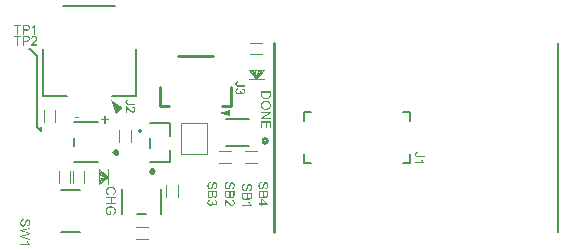
<source format=gto>
G04*
G04 #@! TF.GenerationSoftware,Altium Limited,Altium Designer,20.1.11 (218)*
G04*
G04 Layer_Color=65535*
%FSLAX25Y25*%
%MOIN*%
G70*
G04*
G04 #@! TF.SameCoordinates,8FD927A0-C605-41AB-96FE-A5BD1A317AAA*
G04*
G04*
G04 #@! TF.FilePolarity,Positive*
G04*
G01*
G75*
%ADD10C,0.00600*%
%ADD11C,0.01000*%
%ADD12C,0.00472*%
%ADD13C,0.00300*%
%ADD14C,0.00500*%
%ADD15C,0.00787*%
%ADD16C,0.00394*%
G36*
X50250Y57100D02*
X51750Y52600D01*
X54250Y54600D01*
X50250Y57100D01*
D02*
G37*
G36*
X86333Y52838D02*
X89833Y51838D01*
Y53838D01*
X86333Y52838D01*
D02*
G37*
G36*
X50249Y28305D02*
X50295D01*
X50341Y28300D01*
X50402Y28295D01*
X50462Y28286D01*
X50596Y28263D01*
X50743Y28231D01*
X50891Y28184D01*
X51034Y28120D01*
X51039Y28115D01*
X51053Y28111D01*
X51071Y28101D01*
X51095Y28083D01*
X51127Y28064D01*
X51164Y28041D01*
X51247Y27981D01*
X51339Y27903D01*
X51432Y27810D01*
X51524Y27704D01*
X51603Y27579D01*
X51607Y27575D01*
X51612Y27561D01*
X51621Y27542D01*
X51635Y27519D01*
X51649Y27482D01*
X51663Y27445D01*
X51681Y27399D01*
X51700Y27348D01*
X51718Y27293D01*
X51737Y27233D01*
X51764Y27103D01*
X51788Y26956D01*
X51797Y26803D01*
Y26757D01*
X51792Y26724D01*
X51788Y26683D01*
X51783Y26632D01*
X51778Y26581D01*
X51764Y26521D01*
X51737Y26397D01*
X51695Y26258D01*
X51667Y26189D01*
X51635Y26124D01*
X51594Y26059D01*
X51552Y25995D01*
X51547Y25990D01*
X51543Y25981D01*
X51529Y25962D01*
X51506Y25939D01*
X51483Y25916D01*
X51450Y25884D01*
X51413Y25851D01*
X51376Y25814D01*
X51330Y25777D01*
X51275Y25741D01*
X51219Y25699D01*
X51159Y25662D01*
X51090Y25630D01*
X51021Y25593D01*
X50947Y25565D01*
X50863Y25537D01*
X50766Y25953D01*
X50771D01*
X50780Y25958D01*
X50799Y25967D01*
X50822Y25976D01*
X50850Y25985D01*
X50887Y25999D01*
X50961Y26036D01*
X51044Y26082D01*
X51127Y26138D01*
X51205Y26207D01*
X51275Y26281D01*
X51284Y26290D01*
X51302Y26318D01*
X51326Y26364D01*
X51358Y26424D01*
X51386Y26503D01*
X51413Y26590D01*
X51432Y26697D01*
X51436Y26812D01*
Y26849D01*
X51432Y26872D01*
Y26905D01*
X51427Y26942D01*
X51413Y27029D01*
X51395Y27127D01*
X51363Y27228D01*
X51316Y27334D01*
X51256Y27431D01*
Y27436D01*
X51247Y27441D01*
X51224Y27473D01*
X51187Y27514D01*
X51131Y27565D01*
X51062Y27625D01*
X50984Y27681D01*
X50887Y27732D01*
X50780Y27778D01*
X50776D01*
X50766Y27782D01*
X50753Y27787D01*
X50730Y27792D01*
X50702Y27801D01*
X50669Y27810D01*
X50591Y27824D01*
X50499Y27843D01*
X50397Y27861D01*
X50286Y27870D01*
X50166Y27875D01*
X50161D01*
X50147D01*
X50124D01*
X50097D01*
X50064Y27870D01*
X50023D01*
X49977Y27866D01*
X49926Y27861D01*
X49815Y27847D01*
X49695Y27824D01*
X49575Y27796D01*
X49454Y27759D01*
X49450D01*
X49441Y27755D01*
X49427Y27746D01*
X49404Y27736D01*
X49348Y27709D01*
X49283Y27667D01*
X49210Y27616D01*
X49131Y27551D01*
X49062Y27478D01*
X48997Y27390D01*
Y27385D01*
X48992Y27376D01*
X48983Y27362D01*
X48974Y27344D01*
X48965Y27321D01*
X48951Y27293D01*
X48923Y27228D01*
X48895Y27145D01*
X48872Y27053D01*
X48854Y26951D01*
X48849Y26845D01*
Y26812D01*
X48854Y26785D01*
Y26752D01*
X48858Y26720D01*
X48877Y26637D01*
X48900Y26540D01*
X48937Y26443D01*
X48988Y26341D01*
X49016Y26290D01*
X49053Y26244D01*
X49057Y26239D01*
X49062Y26235D01*
X49076Y26221D01*
X49090Y26202D01*
X49113Y26184D01*
X49140Y26161D01*
X49168Y26133D01*
X49205Y26110D01*
X49246Y26082D01*
X49293Y26050D01*
X49339Y26022D01*
X49394Y25995D01*
X49454Y25971D01*
X49519Y25948D01*
X49588Y25925D01*
X49662Y25907D01*
X49556Y25482D01*
X49551D01*
X49533Y25486D01*
X49505Y25496D01*
X49468Y25510D01*
X49427Y25523D01*
X49376Y25542D01*
X49321Y25565D01*
X49260Y25593D01*
X49131Y25657D01*
X49002Y25741D01*
X48937Y25791D01*
X48872Y25842D01*
X48817Y25897D01*
X48761Y25962D01*
X48757Y25967D01*
X48748Y25976D01*
X48738Y25999D01*
X48720Y26022D01*
X48697Y26059D01*
X48674Y26096D01*
X48651Y26147D01*
X48627Y26198D01*
X48600Y26258D01*
X48577Y26323D01*
X48553Y26392D01*
X48530Y26466D01*
X48512Y26544D01*
X48503Y26627D01*
X48493Y26715D01*
X48489Y26808D01*
Y26858D01*
X48493Y26895D01*
Y26937D01*
X48498Y26988D01*
X48507Y27043D01*
X48517Y27108D01*
X48540Y27242D01*
X48577Y27381D01*
X48627Y27519D01*
X48660Y27584D01*
X48697Y27648D01*
X48701Y27653D01*
X48706Y27662D01*
X48720Y27681D01*
X48738Y27699D01*
X48757Y27727D01*
X48785Y27759D01*
X48817Y27796D01*
X48854Y27833D01*
X48895Y27870D01*
X48937Y27912D01*
X49043Y27995D01*
X49168Y28074D01*
X49307Y28143D01*
X49311D01*
X49325Y28152D01*
X49348Y28157D01*
X49376Y28171D01*
X49413Y28180D01*
X49459Y28194D01*
X49510Y28212D01*
X49565Y28226D01*
X49625Y28240D01*
X49695Y28258D01*
X49838Y28282D01*
X50000Y28300D01*
X50166Y28309D01*
X50170D01*
X50189D01*
X50217D01*
X50249Y28305D01*
D02*
G37*
G36*
X51741Y24521D02*
X50429D01*
Y22867D01*
X51741D01*
Y22442D01*
X48544D01*
Y22867D01*
X50050D01*
Y24521D01*
X48544D01*
Y24946D01*
X51741D01*
Y24521D01*
D02*
G37*
G36*
X50203Y21841D02*
X50244D01*
X50295Y21837D01*
X50346Y21827D01*
X50406Y21823D01*
X50471Y21809D01*
X50540Y21800D01*
X50688Y21763D01*
X50840Y21716D01*
X50993Y21652D01*
X50998Y21647D01*
X51011Y21643D01*
X51030Y21633D01*
X51058Y21615D01*
X51095Y21596D01*
X51131Y21573D01*
X51219Y21508D01*
X51321Y21430D01*
X51418Y21333D01*
X51515Y21222D01*
X51556Y21157D01*
X51598Y21093D01*
X51603Y21088D01*
X51607Y21074D01*
X51617Y21056D01*
X51631Y21028D01*
X51644Y20991D01*
X51663Y20949D01*
X51681Y20903D01*
X51700Y20848D01*
X51718Y20788D01*
X51732Y20723D01*
X51751Y20654D01*
X51764Y20580D01*
X51788Y20418D01*
X51797Y20335D01*
Y20187D01*
X51792Y20159D01*
Y20122D01*
X51783Y20035D01*
X51769Y19938D01*
X51746Y19836D01*
X51718Y19725D01*
X51681Y19619D01*
Y19614D01*
X51677Y19605D01*
X51672Y19591D01*
X51663Y19573D01*
X51635Y19522D01*
X51603Y19457D01*
X51556Y19388D01*
X51501Y19314D01*
X51441Y19245D01*
X51367Y19180D01*
X51358Y19171D01*
X51330Y19152D01*
X51289Y19125D01*
X51228Y19088D01*
X51155Y19051D01*
X51062Y19009D01*
X50961Y18968D01*
X50845Y18935D01*
X50743Y19319D01*
X50748D01*
X50753Y19323D01*
X50766Y19328D01*
X50785Y19332D01*
X50827Y19346D01*
X50882Y19365D01*
X50947Y19393D01*
X51007Y19425D01*
X51071Y19457D01*
X51127Y19499D01*
X51131Y19503D01*
X51150Y19517D01*
X51173Y19545D01*
X51205Y19577D01*
X51242Y19619D01*
X51279Y19674D01*
X51316Y19735D01*
X51349Y19804D01*
X51353Y19813D01*
X51363Y19836D01*
X51376Y19878D01*
X51395Y19933D01*
X51409Y19998D01*
X51423Y20072D01*
X51432Y20155D01*
X51436Y20243D01*
Y20293D01*
X51432Y20317D01*
Y20344D01*
X51427Y20414D01*
X51413Y20492D01*
X51399Y20580D01*
X51376Y20663D01*
X51344Y20746D01*
X51339Y20755D01*
X51330Y20783D01*
X51307Y20820D01*
X51284Y20866D01*
X51247Y20922D01*
X51210Y20982D01*
X51164Y21037D01*
X51113Y21088D01*
X51108Y21093D01*
X51090Y21111D01*
X51058Y21134D01*
X51021Y21162D01*
X50974Y21194D01*
X50919Y21227D01*
X50859Y21259D01*
X50794Y21291D01*
X50790D01*
X50780Y21296D01*
X50766Y21301D01*
X50743Y21310D01*
X50716Y21319D01*
X50683Y21328D01*
X50646Y21342D01*
X50605Y21351D01*
X50508Y21375D01*
X50397Y21393D01*
X50281Y21407D01*
X50152Y21411D01*
X50147D01*
X50134D01*
X50111D01*
X50083Y21407D01*
X50046D01*
X50000Y21402D01*
X49953Y21398D01*
X49903Y21393D01*
X49787Y21375D01*
X49667Y21351D01*
X49547Y21315D01*
X49431Y21268D01*
X49427D01*
X49417Y21259D01*
X49404Y21254D01*
X49385Y21241D01*
X49334Y21208D01*
X49270Y21157D01*
X49200Y21097D01*
X49131Y21023D01*
X49066Y20936D01*
X49006Y20839D01*
Y20834D01*
X49002Y20825D01*
X48992Y20811D01*
X48983Y20788D01*
X48974Y20765D01*
X48965Y20732D01*
X48937Y20659D01*
X48914Y20566D01*
X48891Y20464D01*
X48872Y20354D01*
X48868Y20238D01*
Y20192D01*
X48872Y20164D01*
Y20136D01*
X48882Y20067D01*
X48891Y19984D01*
X48909Y19896D01*
X48937Y19799D01*
X48969Y19702D01*
Y19697D01*
X48974Y19688D01*
X48979Y19679D01*
X48988Y19660D01*
X49011Y19610D01*
X49039Y19554D01*
X49071Y19490D01*
X49108Y19420D01*
X49150Y19356D01*
X49196Y19300D01*
X49796D01*
Y20243D01*
X50175D01*
Y18884D01*
X48988D01*
X48983Y18889D01*
X48979Y18898D01*
X48965Y18917D01*
X48946Y18940D01*
X48928Y18968D01*
X48905Y19000D01*
X48877Y19041D01*
X48849Y19083D01*
X48789Y19180D01*
X48724Y19291D01*
X48664Y19406D01*
X48614Y19531D01*
Y19536D01*
X48609Y19545D01*
X48604Y19564D01*
X48595Y19587D01*
X48586Y19619D01*
X48572Y19656D01*
X48563Y19697D01*
X48553Y19739D01*
X48530Y19841D01*
X48507Y19956D01*
X48493Y20081D01*
X48489Y20210D01*
Y20256D01*
X48493Y20289D01*
Y20330D01*
X48498Y20381D01*
X48507Y20437D01*
X48512Y20497D01*
X48540Y20631D01*
X48572Y20774D01*
X48623Y20922D01*
X48651Y20996D01*
X48687Y21070D01*
X48692Y21074D01*
X48697Y21088D01*
X48711Y21107D01*
X48724Y21134D01*
X48748Y21167D01*
X48771Y21199D01*
X48835Y21287D01*
X48919Y21379D01*
X49020Y21476D01*
X49136Y21569D01*
X49270Y21652D01*
X49274D01*
X49288Y21661D01*
X49307Y21670D01*
X49339Y21684D01*
X49371Y21698D01*
X49417Y21712D01*
X49464Y21730D01*
X49519Y21749D01*
X49579Y21767D01*
X49648Y21786D01*
X49718Y21800D01*
X49792Y21813D01*
X49953Y21837D01*
X50124Y21846D01*
X50129D01*
X50147D01*
X50170D01*
X50203Y21841D01*
D02*
G37*
G36*
X152579Y39502D02*
X152574D01*
X152565D01*
X152546D01*
X152519Y39497D01*
X152491Y39492D01*
X152459D01*
X152380Y39478D01*
X152297Y39465D01*
X152214Y39437D01*
X152140Y39409D01*
X152107Y39391D01*
X152080Y39367D01*
X152075Y39363D01*
X152061Y39344D01*
X152038Y39317D01*
X152015Y39280D01*
X151987Y39229D01*
X151969Y39173D01*
X151950Y39104D01*
X151946Y39030D01*
Y39002D01*
X151950Y38975D01*
X151955Y38933D01*
X151964Y38892D01*
X151973Y38845D01*
X151992Y38799D01*
X152015Y38753D01*
X152020Y38748D01*
X152029Y38735D01*
X152047Y38716D01*
X152066Y38688D01*
X152098Y38665D01*
X152130Y38638D01*
X152167Y38614D01*
X152214Y38596D01*
X152218D01*
X152237Y38587D01*
X152269Y38582D01*
X152311Y38573D01*
X152366Y38564D01*
X152435Y38559D01*
X152519Y38550D01*
X152616D01*
X154819D01*
Y38125D01*
X152639D01*
X152634D01*
X152620D01*
X152602D01*
X152574D01*
X152537Y38129D01*
X152500D01*
X152412Y38139D01*
X152311Y38148D01*
X152204Y38166D01*
X152107Y38194D01*
X152015Y38226D01*
X152010D01*
X152006Y38231D01*
X151978Y38245D01*
X151941Y38268D01*
X151890Y38300D01*
X151839Y38346D01*
X151784Y38397D01*
X151728Y38462D01*
X151682Y38536D01*
X151678Y38545D01*
X151664Y38573D01*
X151645Y38614D01*
X151627Y38675D01*
X151604Y38748D01*
X151585Y38832D01*
X151572Y38924D01*
X151567Y39026D01*
Y39067D01*
X151572Y39095D01*
X151576Y39132D01*
X151581Y39169D01*
X151599Y39266D01*
X151627Y39367D01*
X151669Y39474D01*
X151696Y39529D01*
X151728Y39580D01*
X151766Y39626D01*
X151807Y39672D01*
X151812Y39677D01*
X151816Y39682D01*
X151835Y39691D01*
X151853Y39705D01*
X151876Y39723D01*
X151909Y39742D01*
X151946Y39760D01*
X151987Y39783D01*
X152033Y39802D01*
X152089Y39820D01*
X152144Y39839D01*
X152209Y39857D01*
X152278Y39867D01*
X152357Y39880D01*
X152435Y39885D01*
X152523D01*
X152579Y39502D01*
D02*
G37*
G36*
X154029Y37288D02*
X154039Y37279D01*
X154043Y37261D01*
X154057Y37238D01*
X154071Y37210D01*
X154089Y37178D01*
X154136Y37099D01*
X154186Y37007D01*
X154251Y36914D01*
X154325Y36817D01*
X154403Y36720D01*
X154408Y36716D01*
X154413Y36711D01*
X154427Y36697D01*
X154440Y36679D01*
X154487Y36637D01*
X154542Y36582D01*
X154607Y36526D01*
X154681Y36466D01*
X154755Y36415D01*
X154833Y36369D01*
Y36115D01*
X151622D01*
Y36508D01*
X154122D01*
X154117Y36512D01*
X154099Y36535D01*
X154071Y36563D01*
X154039Y36609D01*
X153997Y36660D01*
X153951Y36725D01*
X153900Y36799D01*
X153849Y36882D01*
Y36887D01*
X153844Y36891D01*
X153826Y36919D01*
X153803Y36965D01*
X153775Y37020D01*
X153743Y37085D01*
X153710Y37154D01*
X153678Y37224D01*
X153650Y37293D01*
X154029D01*
Y37288D01*
D02*
G37*
G36*
X56038Y57024D02*
X56034D01*
X56024D01*
X56006D01*
X55978Y57020D01*
X55950Y57015D01*
X55918D01*
X55840Y57001D01*
X55756Y56988D01*
X55673Y56960D01*
X55599Y56932D01*
X55567Y56914D01*
X55539Y56890D01*
X55535Y56886D01*
X55521Y56867D01*
X55498Y56840D01*
X55475Y56803D01*
X55447Y56752D01*
X55428Y56696D01*
X55410Y56627D01*
X55405Y56553D01*
Y56525D01*
X55410Y56498D01*
X55415Y56456D01*
X55424Y56415D01*
X55433Y56368D01*
X55452Y56322D01*
X55475Y56276D01*
X55479Y56271D01*
X55489Y56257D01*
X55507Y56239D01*
X55525Y56211D01*
X55558Y56188D01*
X55590Y56160D01*
X55627Y56137D01*
X55673Y56119D01*
X55678D01*
X55696Y56110D01*
X55729Y56105D01*
X55770Y56096D01*
X55826Y56087D01*
X55895Y56082D01*
X55978Y56073D01*
X56075D01*
X58279D01*
Y55648D01*
X56098D01*
X56094D01*
X56080D01*
X56061D01*
X56034D01*
X55997Y55652D01*
X55960D01*
X55872Y55661D01*
X55770Y55671D01*
X55664Y55689D01*
X55567Y55717D01*
X55475Y55749D01*
X55470D01*
X55465Y55754D01*
X55438Y55768D01*
X55401Y55791D01*
X55350Y55823D01*
X55299Y55869D01*
X55244Y55920D01*
X55188Y55985D01*
X55142Y56059D01*
X55137Y56068D01*
X55124Y56096D01*
X55105Y56137D01*
X55087Y56198D01*
X55063Y56271D01*
X55045Y56354D01*
X55031Y56447D01*
X55027Y56549D01*
Y56590D01*
X55031Y56618D01*
X55036Y56655D01*
X55040Y56692D01*
X55059Y56789D01*
X55087Y56890D01*
X55128Y56997D01*
X55156Y57052D01*
X55188Y57103D01*
X55225Y57149D01*
X55267Y57195D01*
X55271Y57200D01*
X55276Y57205D01*
X55295Y57214D01*
X55313Y57228D01*
X55336Y57246D01*
X55368Y57265D01*
X55405Y57283D01*
X55447Y57306D01*
X55493Y57325D01*
X55549Y57343D01*
X55604Y57362D01*
X55669Y57380D01*
X55738Y57389D01*
X55817Y57403D01*
X55895Y57408D01*
X55983D01*
X56038Y57024D01*
D02*
G37*
G36*
X55170Y55167D02*
X55211Y55163D01*
X55257Y55153D01*
X55304Y55144D01*
X55354Y55126D01*
X55359D01*
X55364Y55121D01*
X55392Y55112D01*
X55433Y55093D01*
X55489Y55066D01*
X55553Y55029D01*
X55627Y54982D01*
X55701Y54932D01*
X55780Y54867D01*
X55784D01*
X55789Y54858D01*
X55817Y54835D01*
X55858Y54793D01*
X55918Y54733D01*
X55988Y54664D01*
X56071Y54576D01*
X56163Y54470D01*
X56260Y54354D01*
X56265Y54349D01*
X56279Y54331D01*
X56302Y54303D01*
X56329Y54271D01*
X56366Y54229D01*
X56408Y54179D01*
X56454Y54128D01*
X56505Y54068D01*
X56616Y53952D01*
X56727Y53837D01*
X56782Y53781D01*
X56838Y53730D01*
X56888Y53684D01*
X56939Y53647D01*
X56944D01*
X56949Y53638D01*
X56962Y53629D01*
X56981Y53619D01*
X57032Y53587D01*
X57092Y53550D01*
X57166Y53518D01*
X57244Y53486D01*
X57332Y53467D01*
X57415Y53458D01*
X57420D01*
X57424D01*
X57452Y53462D01*
X57498Y53467D01*
X57549Y53481D01*
X57614Y53499D01*
X57678Y53532D01*
X57743Y53573D01*
X57808Y53629D01*
X57817Y53638D01*
X57836Y53661D01*
X57859Y53693D01*
X57891Y53744D01*
X57919Y53809D01*
X57946Y53883D01*
X57965Y53971D01*
X57969Y54068D01*
Y54095D01*
X57965Y54114D01*
X57960Y54169D01*
X57946Y54234D01*
X57928Y54303D01*
X57896Y54382D01*
X57854Y54456D01*
X57798Y54525D01*
X57789Y54534D01*
X57766Y54553D01*
X57729Y54580D01*
X57674Y54608D01*
X57609Y54641D01*
X57526Y54668D01*
X57434Y54687D01*
X57327Y54696D01*
X57369Y55098D01*
X57373D01*
X57387Y55093D01*
X57411D01*
X57443Y55089D01*
X57480Y55079D01*
X57521Y55070D01*
X57572Y55056D01*
X57623Y55042D01*
X57734Y55006D01*
X57845Y54950D01*
X57900Y54918D01*
X57956Y54876D01*
X58006Y54835D01*
X58053Y54788D01*
X58057Y54784D01*
X58062Y54774D01*
X58076Y54761D01*
X58090Y54738D01*
X58108Y54710D01*
X58126Y54677D01*
X58150Y54641D01*
X58173Y54594D01*
X58196Y54544D01*
X58219Y54488D01*
X58237Y54428D01*
X58256Y54363D01*
X58270Y54294D01*
X58284Y54220D01*
X58288Y54141D01*
X58293Y54058D01*
Y54012D01*
X58288Y53980D01*
X58284Y53943D01*
X58279Y53897D01*
X58270Y53846D01*
X58261Y53795D01*
X58228Y53675D01*
X58182Y53555D01*
X58154Y53495D01*
X58122Y53435D01*
X58080Y53379D01*
X58034Y53328D01*
X58030Y53324D01*
X58025Y53315D01*
X58006Y53305D01*
X57988Y53287D01*
X57965Y53264D01*
X57933Y53241D01*
X57900Y53218D01*
X57859Y53190D01*
X57771Y53144D01*
X57660Y53097D01*
X57604Y53079D01*
X57540Y53070D01*
X57475Y53061D01*
X57406Y53056D01*
X57397D01*
X57373D01*
X57336Y53061D01*
X57286Y53065D01*
X57230Y53074D01*
X57166Y53093D01*
X57096Y53111D01*
X57027Y53139D01*
X57018Y53144D01*
X56995Y53153D01*
X56958Y53171D01*
X56907Y53199D01*
X56851Y53236D01*
X56782Y53282D01*
X56713Y53338D01*
X56634Y53402D01*
X56625Y53412D01*
X56597Y53435D01*
X56574Y53458D01*
X56551Y53481D01*
X56523Y53509D01*
X56486Y53546D01*
X56450Y53583D01*
X56408Y53629D01*
X56362Y53675D01*
X56311Y53730D01*
X56260Y53790D01*
X56200Y53855D01*
X56140Y53929D01*
X56075Y54003D01*
X56071Y54008D01*
X56061Y54017D01*
X56048Y54035D01*
X56029Y54058D01*
X56001Y54086D01*
X55974Y54118D01*
X55914Y54192D01*
X55844Y54271D01*
X55775Y54345D01*
X55715Y54409D01*
X55692Y54437D01*
X55669Y54460D01*
X55664Y54465D01*
X55650Y54479D01*
X55632Y54497D01*
X55604Y54520D01*
X55572Y54544D01*
X55539Y54571D01*
X55461Y54627D01*
Y53051D01*
X55082D01*
Y55172D01*
X55087D01*
X55105D01*
X55133D01*
X55170Y55167D01*
D02*
G37*
G36*
X92679Y63111D02*
X92674D01*
X92665D01*
X92646D01*
X92619Y63106D01*
X92591Y63102D01*
X92558D01*
X92480Y63088D01*
X92397Y63074D01*
X92314Y63046D01*
X92240Y63019D01*
X92207Y63000D01*
X92180Y62977D01*
X92175Y62972D01*
X92161Y62954D01*
X92138Y62926D01*
X92115Y62889D01*
X92087Y62839D01*
X92069Y62783D01*
X92050Y62714D01*
X92046Y62640D01*
Y62612D01*
X92050Y62584D01*
X92055Y62543D01*
X92064Y62501D01*
X92073Y62455D01*
X92092Y62409D01*
X92115Y62363D01*
X92120Y62358D01*
X92129Y62344D01*
X92147Y62326D01*
X92166Y62298D01*
X92198Y62275D01*
X92230Y62247D01*
X92267Y62224D01*
X92314Y62205D01*
X92318D01*
X92337Y62196D01*
X92369Y62192D01*
X92411Y62182D01*
X92466Y62173D01*
X92535Y62169D01*
X92619Y62159D01*
X92716D01*
X94919D01*
Y61734D01*
X92739D01*
X92734D01*
X92720D01*
X92702D01*
X92674D01*
X92637Y61739D01*
X92600D01*
X92512Y61748D01*
X92411Y61757D01*
X92304Y61776D01*
X92207Y61804D01*
X92115Y61836D01*
X92110D01*
X92106Y61840D01*
X92078Y61854D01*
X92041Y61878D01*
X91990Y61910D01*
X91939Y61956D01*
X91884Y62007D01*
X91829Y62072D01*
X91782Y62146D01*
X91778Y62155D01*
X91764Y62182D01*
X91745Y62224D01*
X91727Y62284D01*
X91704Y62358D01*
X91685Y62441D01*
X91672Y62533D01*
X91667Y62635D01*
Y62677D01*
X91672Y62704D01*
X91676Y62741D01*
X91681Y62778D01*
X91699Y62875D01*
X91727Y62977D01*
X91768Y63083D01*
X91796Y63139D01*
X91829Y63190D01*
X91865Y63236D01*
X91907Y63282D01*
X91912Y63287D01*
X91916Y63291D01*
X91935Y63301D01*
X91953Y63314D01*
X91976Y63333D01*
X92009Y63351D01*
X92046Y63370D01*
X92087Y63393D01*
X92133Y63411D01*
X92189Y63430D01*
X92244Y63448D01*
X92309Y63467D01*
X92378Y63476D01*
X92457Y63490D01*
X92535Y63494D01*
X92623D01*
X92679Y63111D01*
D02*
G37*
G36*
X92619Y60806D02*
X92614D01*
X92605Y60801D01*
X92586Y60796D01*
X92563Y60792D01*
X92535Y60787D01*
X92503Y60778D01*
X92434Y60755D01*
X92351Y60723D01*
X92272Y60681D01*
X92198Y60635D01*
X92133Y60579D01*
X92129Y60570D01*
X92110Y60552D01*
X92087Y60515D01*
X92064Y60468D01*
X92036Y60413D01*
X92013Y60344D01*
X91995Y60265D01*
X91990Y60182D01*
Y60154D01*
X91995Y60136D01*
X92000Y60085D01*
X92013Y60020D01*
X92036Y59946D01*
X92069Y59868D01*
X92115Y59789D01*
X92180Y59715D01*
X92189Y59706D01*
X92217Y59683D01*
X92258Y59655D01*
X92314Y59618D01*
X92383Y59581D01*
X92462Y59554D01*
X92554Y59531D01*
X92655Y59521D01*
X92660D01*
X92669D01*
X92683D01*
X92702Y59526D01*
X92752Y59531D01*
X92813Y59544D01*
X92887Y59563D01*
X92960Y59595D01*
X93034Y59641D01*
X93104Y59702D01*
X93113Y59711D01*
X93131Y59734D01*
X93159Y59771D01*
X93191Y59822D01*
X93224Y59886D01*
X93252Y59965D01*
X93270Y60053D01*
X93279Y60150D01*
Y60191D01*
X93275Y60224D01*
X93270Y60265D01*
X93261Y60311D01*
X93252Y60367D01*
X93238Y60427D01*
X93584Y60381D01*
Y60357D01*
X93580Y60339D01*
Y60279D01*
X93589Y60228D01*
X93598Y60168D01*
X93612Y60099D01*
X93635Y60020D01*
X93667Y59946D01*
X93709Y59868D01*
Y59863D01*
X93713Y59859D01*
X93732Y59835D01*
X93764Y59803D01*
X93806Y59766D01*
X93866Y59729D01*
X93935Y59697D01*
X94014Y59674D01*
X94060Y59664D01*
X94111D01*
X94115D01*
X94120D01*
X94148D01*
X94185Y59674D01*
X94236Y59683D01*
X94291Y59702D01*
X94351Y59725D01*
X94411Y59762D01*
X94467Y59812D01*
X94471Y59817D01*
X94490Y59840D01*
X94513Y59872D01*
X94541Y59914D01*
X94564Y59969D01*
X94587Y60034D01*
X94605Y60108D01*
X94610Y60191D01*
Y60228D01*
X94600Y60270D01*
X94591Y60325D01*
X94573Y60385D01*
X94550Y60445D01*
X94513Y60510D01*
X94467Y60570D01*
X94462Y60575D01*
X94439Y60593D01*
X94406Y60621D01*
X94360Y60653D01*
X94300Y60685D01*
X94226Y60718D01*
X94138Y60746D01*
X94037Y60764D01*
X94106Y61157D01*
X94111D01*
X94125Y61152D01*
X94143Y61147D01*
X94171Y61143D01*
X94203Y61134D01*
X94240Y61120D01*
X94328Y61092D01*
X94430Y61046D01*
X94531Y60990D01*
X94628Y60921D01*
X94716Y60833D01*
X94721Y60829D01*
X94725Y60820D01*
X94735Y60806D01*
X94748Y60787D01*
X94767Y60764D01*
X94785Y60732D01*
X94804Y60699D01*
X94827Y60658D01*
X94864Y60565D01*
X94901Y60459D01*
X94924Y60334D01*
X94933Y60270D01*
Y60154D01*
X94929Y60103D01*
X94919Y60043D01*
X94906Y59969D01*
X94882Y59886D01*
X94855Y59803D01*
X94818Y59720D01*
Y59715D01*
X94813Y59711D01*
X94799Y59683D01*
X94771Y59641D01*
X94739Y59595D01*
X94693Y59540D01*
X94642Y59484D01*
X94582Y59429D01*
X94513Y59383D01*
X94503Y59378D01*
X94480Y59364D01*
X94439Y59346D01*
X94388Y59323D01*
X94328Y59299D01*
X94259Y59281D01*
X94180Y59267D01*
X94102Y59263D01*
X94092D01*
X94065D01*
X94028Y59267D01*
X93977Y59276D01*
X93917Y59290D01*
X93852Y59313D01*
X93787Y59341D01*
X93723Y59378D01*
X93713Y59383D01*
X93695Y59397D01*
X93663Y59424D01*
X93626Y59461D01*
X93584Y59507D01*
X93538Y59563D01*
X93496Y59627D01*
X93455Y59706D01*
Y59702D01*
X93450Y59692D01*
X93445Y59678D01*
X93441Y59660D01*
X93422Y59609D01*
X93395Y59544D01*
X93358Y59470D01*
X93312Y59397D01*
X93252Y59327D01*
X93182Y59263D01*
X93173Y59258D01*
X93145Y59240D01*
X93099Y59212D01*
X93039Y59184D01*
X92965Y59156D01*
X92877Y59129D01*
X92776Y59110D01*
X92665Y59105D01*
X92660D01*
X92646D01*
X92623D01*
X92595Y59110D01*
X92558Y59115D01*
X92517Y59124D01*
X92471Y59133D01*
X92420Y59142D01*
X92309Y59179D01*
X92249Y59207D01*
X92194Y59235D01*
X92133Y59272D01*
X92073Y59313D01*
X92013Y59360D01*
X91958Y59415D01*
X91953Y59420D01*
X91944Y59429D01*
X91930Y59447D01*
X91912Y59470D01*
X91889Y59498D01*
X91865Y59535D01*
X91838Y59577D01*
X91815Y59627D01*
X91787Y59678D01*
X91759Y59738D01*
X91736Y59799D01*
X91713Y59868D01*
X91695Y59942D01*
X91681Y60020D01*
X91672Y60099D01*
X91667Y60187D01*
Y60228D01*
X91672Y60256D01*
X91676Y60293D01*
X91681Y60334D01*
X91690Y60381D01*
X91699Y60431D01*
X91727Y60542D01*
X91773Y60658D01*
X91801Y60718D01*
X91833Y60773D01*
X91875Y60829D01*
X91916Y60884D01*
X91921Y60889D01*
X91930Y60898D01*
X91944Y60912D01*
X91962Y60926D01*
X91986Y60949D01*
X92018Y60972D01*
X92050Y61000D01*
X92092Y61027D01*
X92138Y61055D01*
X92184Y61083D01*
X92295Y61134D01*
X92424Y61175D01*
X92494Y61189D01*
X92568Y61198D01*
X92619Y60806D01*
D02*
G37*
G36*
X95029Y28996D02*
X95025D01*
X95020D01*
X95006Y28991D01*
X94987D01*
X94946Y28982D01*
X94886Y28968D01*
X94826Y28950D01*
X94757Y28931D01*
X94692Y28899D01*
X94632Y28867D01*
X94627Y28862D01*
X94609Y28848D01*
X94576Y28825D01*
X94544Y28788D01*
X94502Y28742D01*
X94461Y28691D01*
X94419Y28622D01*
X94382Y28548D01*
Y28543D01*
X94378Y28539D01*
X94373Y28525D01*
X94368Y28511D01*
X94354Y28465D01*
X94336Y28405D01*
X94318Y28331D01*
X94304Y28248D01*
X94295Y28155D01*
X94290Y28054D01*
Y28012D01*
X94295Y27966D01*
X94299Y27910D01*
X94308Y27846D01*
X94318Y27772D01*
X94336Y27698D01*
X94359Y27628D01*
X94364Y27619D01*
X94373Y27596D01*
X94392Y27564D01*
X94410Y27522D01*
X94442Y27481D01*
X94475Y27435D01*
X94512Y27388D01*
X94558Y27351D01*
X94563Y27347D01*
X94581Y27338D01*
X94604Y27324D01*
X94641Y27305D01*
X94678Y27287D01*
X94724Y27273D01*
X94775Y27264D01*
X94830Y27259D01*
X94835D01*
X94858D01*
X94886Y27264D01*
X94923Y27268D01*
X94960Y27282D01*
X95006Y27296D01*
X95052Y27319D01*
X95094Y27351D01*
X95098Y27356D01*
X95112Y27370D01*
X95131Y27388D01*
X95158Y27421D01*
X95186Y27458D01*
X95218Y27508D01*
X95251Y27569D01*
X95279Y27638D01*
X95283Y27642D01*
X95288Y27665D01*
X95302Y27703D01*
X95306Y27726D01*
X95315Y27758D01*
X95329Y27790D01*
X95339Y27832D01*
X95353Y27878D01*
X95366Y27933D01*
X95380Y27989D01*
X95399Y28054D01*
X95417Y28128D01*
X95436Y28206D01*
Y28211D01*
X95440Y28225D01*
X95445Y28248D01*
X95454Y28275D01*
X95463Y28312D01*
X95473Y28354D01*
X95500Y28446D01*
X95533Y28548D01*
X95565Y28654D01*
X95597Y28747D01*
X95616Y28788D01*
X95634Y28825D01*
Y28830D01*
X95639Y28834D01*
X95657Y28862D01*
X95680Y28904D01*
X95717Y28950D01*
X95759Y29005D01*
X95810Y29061D01*
X95870Y29116D01*
X95935Y29162D01*
X95944Y29167D01*
X95967Y29181D01*
X96004Y29199D01*
X96050Y29218D01*
X96110Y29236D01*
X96179Y29255D01*
X96253Y29269D01*
X96332Y29273D01*
X96337D01*
X96341D01*
X96355D01*
X96373D01*
X96420Y29264D01*
X96480Y29255D01*
X96549Y29241D01*
X96628Y29218D01*
X96706Y29186D01*
X96785Y29139D01*
X96789D01*
X96794Y29135D01*
X96822Y29112D01*
X96859Y29079D01*
X96905Y29038D01*
X96956Y28982D01*
X97011Y28913D01*
X97062Y28830D01*
X97108Y28737D01*
Y28733D01*
X97113Y28723D01*
X97117Y28710D01*
X97127Y28691D01*
X97136Y28668D01*
X97145Y28636D01*
X97163Y28566D01*
X97182Y28479D01*
X97201Y28377D01*
X97214Y28271D01*
X97219Y28151D01*
Y28091D01*
X97214Y28058D01*
Y28026D01*
X97205Y27938D01*
X97191Y27841D01*
X97168Y27739D01*
X97140Y27628D01*
X97103Y27527D01*
Y27522D01*
X97099Y27513D01*
X97090Y27499D01*
X97080Y27481D01*
X97057Y27435D01*
X97016Y27374D01*
X96969Y27305D01*
X96909Y27236D01*
X96840Y27171D01*
X96762Y27111D01*
X96757D01*
X96752Y27106D01*
X96738Y27097D01*
X96725Y27088D01*
X96678Y27065D01*
X96618Y27037D01*
X96544Y27005D01*
X96457Y26982D01*
X96364Y26959D01*
X96263Y26949D01*
X96230Y27356D01*
X96235D01*
X96244D01*
X96258Y27361D01*
X96281Y27365D01*
X96332Y27379D01*
X96401Y27398D01*
X96475Y27425D01*
X96549Y27467D01*
X96618Y27518D01*
X96683Y27582D01*
X96688Y27592D01*
X96706Y27615D01*
X96734Y27661D01*
X96762Y27721D01*
X96789Y27799D01*
X96817Y27892D01*
X96836Y28007D01*
X96840Y28137D01*
Y28201D01*
X96836Y28229D01*
X96831Y28266D01*
X96822Y28349D01*
X96803Y28442D01*
X96780Y28534D01*
X96743Y28622D01*
X96720Y28659D01*
X96697Y28696D01*
X96692Y28705D01*
X96674Y28723D01*
X96641Y28751D01*
X96605Y28779D01*
X96554Y28811D01*
X96498Y28839D01*
X96434Y28857D01*
X96360Y28867D01*
X96350D01*
X96332D01*
X96300Y28862D01*
X96263Y28853D01*
X96216Y28839D01*
X96170Y28816D01*
X96124Y28788D01*
X96078Y28747D01*
X96073Y28742D01*
X96059Y28719D01*
X96046Y28700D01*
X96036Y28682D01*
X96022Y28654D01*
X96004Y28622D01*
X95990Y28580D01*
X95972Y28534D01*
X95953Y28483D01*
X95930Y28423D01*
X95912Y28359D01*
X95888Y28285D01*
X95870Y28201D01*
X95847Y28109D01*
Y28104D01*
X95842Y28086D01*
X95838Y28058D01*
X95828Y28026D01*
X95819Y27984D01*
X95805Y27933D01*
X95791Y27883D01*
X95777Y27827D01*
X95745Y27707D01*
X95713Y27592D01*
X95694Y27536D01*
X95676Y27485D01*
X95662Y27439D01*
X95644Y27402D01*
Y27398D01*
X95639Y27388D01*
X95630Y27374D01*
X95620Y27356D01*
X95593Y27305D01*
X95556Y27245D01*
X95505Y27176D01*
X95450Y27106D01*
X95385Y27042D01*
X95315Y26986D01*
X95306Y26982D01*
X95283Y26963D01*
X95242Y26945D01*
X95186Y26917D01*
X95122Y26894D01*
X95043Y26871D01*
X94955Y26857D01*
X94863Y26852D01*
X94858D01*
X94854D01*
X94840D01*
X94821D01*
X94770Y26862D01*
X94706Y26871D01*
X94632Y26889D01*
X94553Y26912D01*
X94470Y26949D01*
X94382Y27000D01*
X94378D01*
X94373Y27005D01*
X94345Y27028D01*
X94304Y27060D01*
X94257Y27106D01*
X94202Y27167D01*
X94142Y27240D01*
X94087Y27324D01*
X94036Y27421D01*
Y27425D01*
X94031Y27435D01*
X94026Y27448D01*
X94017Y27467D01*
X94008Y27495D01*
X93994Y27527D01*
X93976Y27601D01*
X93953Y27689D01*
X93929Y27795D01*
X93916Y27910D01*
X93911Y28035D01*
Y28109D01*
X93916Y28146D01*
Y28188D01*
X93920Y28234D01*
X93925Y28289D01*
X93943Y28405D01*
X93962Y28525D01*
X93994Y28645D01*
X94036Y28760D01*
Y28765D01*
X94040Y28774D01*
X94050Y28788D01*
X94059Y28807D01*
X94087Y28862D01*
X94128Y28927D01*
X94184Y29001D01*
X94248Y29079D01*
X94327Y29153D01*
X94415Y29222D01*
X94419D01*
X94428Y29232D01*
X94442Y29236D01*
X94461Y29250D01*
X94484Y29259D01*
X94512Y29273D01*
X94581Y29306D01*
X94669Y29338D01*
X94766Y29366D01*
X94877Y29384D01*
X94992Y29393D01*
X95029Y28996D01*
D02*
G37*
G36*
X97163Y25032D02*
X97159Y25000D01*
Y24963D01*
X97150Y24880D01*
X97140Y24787D01*
X97122Y24690D01*
X97099Y24593D01*
X97066Y24505D01*
Y24501D01*
X97062Y24496D01*
X97048Y24468D01*
X97025Y24427D01*
X96993Y24381D01*
X96951Y24325D01*
X96900Y24265D01*
X96836Y24210D01*
X96766Y24159D01*
X96757Y24154D01*
X96729Y24140D01*
X96692Y24117D01*
X96637Y24094D01*
X96572Y24071D01*
X96503Y24048D01*
X96424Y24034D01*
X96346Y24030D01*
X96337D01*
X96313D01*
X96272Y24034D01*
X96221Y24043D01*
X96161Y24057D01*
X96096Y24080D01*
X96032Y24108D01*
X95962Y24145D01*
X95953Y24150D01*
X95935Y24163D01*
X95898Y24191D01*
X95861Y24228D01*
X95815Y24274D01*
X95764Y24330D01*
X95717Y24399D01*
X95671Y24478D01*
Y24473D01*
X95667Y24464D01*
X95662Y24450D01*
X95653Y24431D01*
X95634Y24376D01*
X95602Y24311D01*
X95560Y24242D01*
X95510Y24163D01*
X95450Y24094D01*
X95376Y24030D01*
X95366Y24025D01*
X95339Y24006D01*
X95297Y23979D01*
X95242Y23951D01*
X95168Y23923D01*
X95089Y23896D01*
X94997Y23877D01*
X94895Y23873D01*
X94890D01*
X94886D01*
X94858D01*
X94812Y23877D01*
X94757Y23886D01*
X94692Y23896D01*
X94622Y23914D01*
X94549Y23937D01*
X94475Y23969D01*
X94465Y23974D01*
X94442Y23988D01*
X94410Y24006D01*
X94364Y24034D01*
X94318Y24071D01*
X94267Y24108D01*
X94216Y24154D01*
X94174Y24205D01*
X94170Y24210D01*
X94156Y24228D01*
X94137Y24261D01*
X94119Y24302D01*
X94091Y24353D01*
X94064Y24413D01*
X94040Y24478D01*
X94017Y24556D01*
Y24566D01*
X94008Y24593D01*
X94003Y24639D01*
X93994Y24700D01*
X93985Y24773D01*
X93976Y24861D01*
X93971Y24958D01*
X93967Y25069D01*
Y26289D01*
X97163D01*
Y25032D01*
D02*
G37*
G36*
X96373Y23147D02*
X96383Y23138D01*
X96387Y23119D01*
X96401Y23096D01*
X96415Y23069D01*
X96434Y23036D01*
X96480Y22958D01*
X96531Y22865D01*
X96595Y22773D01*
X96669Y22676D01*
X96748Y22579D01*
X96752Y22574D01*
X96757Y22570D01*
X96771Y22556D01*
X96785Y22537D01*
X96831Y22496D01*
X96886Y22440D01*
X96951Y22385D01*
X97025Y22325D01*
X97099Y22274D01*
X97177Y22228D01*
Y21974D01*
X93967D01*
Y22366D01*
X96466D01*
X96461Y22371D01*
X96443Y22394D01*
X96415Y22422D01*
X96383Y22468D01*
X96341Y22519D01*
X96295Y22583D01*
X96244Y22657D01*
X96193Y22741D01*
Y22745D01*
X96189Y22750D01*
X96170Y22777D01*
X96147Y22824D01*
X96119Y22879D01*
X96087Y22944D01*
X96055Y23013D01*
X96022Y23083D01*
X95995Y23152D01*
X96373D01*
Y23147D01*
D02*
G37*
G36*
X89264Y29583D02*
X89259D01*
X89255D01*
X89241Y29578D01*
X89223D01*
X89181Y29569D01*
X89121Y29555D01*
X89061Y29537D01*
X88991Y29518D01*
X88927Y29486D01*
X88867Y29453D01*
X88862Y29449D01*
X88844Y29435D01*
X88811Y29412D01*
X88779Y29375D01*
X88737Y29329D01*
X88696Y29278D01*
X88654Y29209D01*
X88617Y29135D01*
Y29130D01*
X88613Y29125D01*
X88608Y29112D01*
X88603Y29098D01*
X88590Y29052D01*
X88571Y28991D01*
X88553Y28918D01*
X88539Y28834D01*
X88529Y28742D01*
X88525Y28640D01*
Y28599D01*
X88529Y28552D01*
X88534Y28497D01*
X88543Y28432D01*
X88553Y28359D01*
X88571Y28285D01*
X88594Y28215D01*
X88599Y28206D01*
X88608Y28183D01*
X88626Y28151D01*
X88645Y28109D01*
X88677Y28067D01*
X88710Y28021D01*
X88747Y27975D01*
X88793Y27938D01*
X88797Y27933D01*
X88816Y27924D01*
X88839Y27910D01*
X88876Y27892D01*
X88913Y27873D01*
X88959Y27860D01*
X89010Y27850D01*
X89065Y27846D01*
X89070D01*
X89093D01*
X89121Y27850D01*
X89158Y27855D01*
X89195Y27869D01*
X89241Y27883D01*
X89287Y27906D01*
X89329Y27938D01*
X89333Y27943D01*
X89347Y27957D01*
X89366Y27975D01*
X89393Y28007D01*
X89421Y28044D01*
X89454Y28095D01*
X89486Y28155D01*
X89513Y28225D01*
X89518Y28229D01*
X89523Y28252D01*
X89537Y28289D01*
X89541Y28312D01*
X89551Y28345D01*
X89564Y28377D01*
X89574Y28419D01*
X89587Y28465D01*
X89601Y28520D01*
X89615Y28576D01*
X89634Y28640D01*
X89652Y28714D01*
X89671Y28793D01*
Y28797D01*
X89675Y28811D01*
X89680Y28834D01*
X89689Y28862D01*
X89698Y28899D01*
X89708Y28941D01*
X89735Y29033D01*
X89768Y29135D01*
X89800Y29241D01*
X89832Y29333D01*
X89851Y29375D01*
X89869Y29412D01*
Y29416D01*
X89874Y29421D01*
X89892Y29449D01*
X89916Y29490D01*
X89952Y29537D01*
X89994Y29592D01*
X90045Y29647D01*
X90105Y29703D01*
X90170Y29749D01*
X90179Y29754D01*
X90202Y29768D01*
X90239Y29786D01*
X90285Y29805D01*
X90345Y29823D01*
X90414Y29842D01*
X90488Y29855D01*
X90567Y29860D01*
X90571D01*
X90576D01*
X90590D01*
X90609D01*
X90655Y29851D01*
X90715Y29842D01*
X90784Y29828D01*
X90863Y29805D01*
X90941Y29772D01*
X91020Y29726D01*
X91024D01*
X91029Y29721D01*
X91057Y29698D01*
X91094Y29666D01*
X91140Y29624D01*
X91191Y29569D01*
X91246Y29500D01*
X91297Y29416D01*
X91343Y29324D01*
Y29320D01*
X91348Y29310D01*
X91352Y29296D01*
X91361Y29278D01*
X91371Y29255D01*
X91380Y29222D01*
X91399Y29153D01*
X91417Y29065D01*
X91435Y28964D01*
X91449Y28857D01*
X91454Y28737D01*
Y28677D01*
X91449Y28645D01*
Y28613D01*
X91440Y28525D01*
X91426Y28428D01*
X91403Y28326D01*
X91375Y28215D01*
X91338Y28114D01*
Y28109D01*
X91334Y28100D01*
X91325Y28086D01*
X91315Y28067D01*
X91292Y28021D01*
X91251Y27961D01*
X91205Y27892D01*
X91144Y27823D01*
X91075Y27758D01*
X90997Y27698D01*
X90992D01*
X90987Y27693D01*
X90974Y27684D01*
X90960Y27675D01*
X90913Y27652D01*
X90853Y27624D01*
X90779Y27592D01*
X90692Y27569D01*
X90599Y27545D01*
X90498Y27536D01*
X90465Y27943D01*
X90470D01*
X90479D01*
X90493Y27947D01*
X90516Y27952D01*
X90567Y27966D01*
X90636Y27984D01*
X90710Y28012D01*
X90784Y28054D01*
X90853Y28104D01*
X90918Y28169D01*
X90923Y28178D01*
X90941Y28201D01*
X90969Y28248D01*
X90997Y28308D01*
X91024Y28386D01*
X91052Y28479D01*
X91070Y28594D01*
X91075Y28723D01*
Y28788D01*
X91070Y28816D01*
X91066Y28853D01*
X91057Y28936D01*
X91038Y29028D01*
X91015Y29121D01*
X90978Y29209D01*
X90955Y29245D01*
X90932Y29283D01*
X90927Y29292D01*
X90909Y29310D01*
X90876Y29338D01*
X90839Y29366D01*
X90789Y29398D01*
X90733Y29426D01*
X90669Y29444D01*
X90595Y29453D01*
X90585D01*
X90567D01*
X90535Y29449D01*
X90498Y29440D01*
X90451Y29426D01*
X90405Y29403D01*
X90359Y29375D01*
X90313Y29333D01*
X90308Y29329D01*
X90294Y29306D01*
X90280Y29287D01*
X90271Y29269D01*
X90257Y29241D01*
X90239Y29209D01*
X90225Y29167D01*
X90207Y29121D01*
X90188Y29070D01*
X90165Y29010D01*
X90146Y28945D01*
X90123Y28871D01*
X90105Y28788D01*
X90082Y28696D01*
Y28691D01*
X90077Y28673D01*
X90073Y28645D01*
X90063Y28613D01*
X90054Y28571D01*
X90040Y28520D01*
X90026Y28469D01*
X90013Y28414D01*
X89980Y28294D01*
X89948Y28178D01*
X89929Y28123D01*
X89911Y28072D01*
X89897Y28026D01*
X89878Y27989D01*
Y27984D01*
X89874Y27975D01*
X89865Y27961D01*
X89855Y27943D01*
X89828Y27892D01*
X89791Y27832D01*
X89740Y27762D01*
X89684Y27693D01*
X89620Y27628D01*
X89551Y27573D01*
X89541Y27569D01*
X89518Y27550D01*
X89477Y27531D01*
X89421Y27504D01*
X89356Y27481D01*
X89278Y27458D01*
X89190Y27444D01*
X89098Y27439D01*
X89093D01*
X89088D01*
X89075D01*
X89056D01*
X89005Y27448D01*
X88941Y27458D01*
X88867Y27476D01*
X88788Y27499D01*
X88705Y27536D01*
X88617Y27587D01*
X88613D01*
X88608Y27592D01*
X88580Y27615D01*
X88539Y27647D01*
X88493Y27693D01*
X88437Y27753D01*
X88377Y27827D01*
X88322Y27910D01*
X88271Y28007D01*
Y28012D01*
X88266Y28021D01*
X88261Y28035D01*
X88252Y28054D01*
X88243Y28081D01*
X88229Y28114D01*
X88211Y28188D01*
X88188Y28275D01*
X88165Y28382D01*
X88151Y28497D01*
X88146Y28622D01*
Y28696D01*
X88151Y28733D01*
Y28774D01*
X88155Y28820D01*
X88160Y28876D01*
X88178Y28991D01*
X88197Y29112D01*
X88229Y29232D01*
X88271Y29347D01*
Y29352D01*
X88275Y29361D01*
X88285Y29375D01*
X88294Y29393D01*
X88322Y29449D01*
X88363Y29513D01*
X88419Y29587D01*
X88483Y29666D01*
X88562Y29740D01*
X88650Y29809D01*
X88654D01*
X88664Y29818D01*
X88677Y29823D01*
X88696Y29837D01*
X88719Y29846D01*
X88747Y29860D01*
X88816Y29892D01*
X88904Y29925D01*
X89001Y29952D01*
X89112Y29971D01*
X89227Y29980D01*
X89264Y29583D01*
D02*
G37*
G36*
X91399Y25619D02*
X91394Y25587D01*
Y25550D01*
X91385Y25466D01*
X91375Y25374D01*
X91357Y25277D01*
X91334Y25180D01*
X91302Y25092D01*
Y25087D01*
X91297Y25083D01*
X91283Y25055D01*
X91260Y25014D01*
X91228Y24967D01*
X91186Y24912D01*
X91135Y24852D01*
X91070Y24796D01*
X91001Y24746D01*
X90992Y24741D01*
X90964Y24727D01*
X90927Y24704D01*
X90872Y24681D01*
X90807Y24658D01*
X90738Y24635D01*
X90659Y24621D01*
X90581Y24616D01*
X90571D01*
X90548D01*
X90507Y24621D01*
X90456Y24630D01*
X90396Y24644D01*
X90331Y24667D01*
X90267Y24695D01*
X90197Y24732D01*
X90188Y24736D01*
X90170Y24750D01*
X90133Y24778D01*
X90096Y24815D01*
X90049Y24861D01*
X89999Y24917D01*
X89952Y24986D01*
X89906Y25064D01*
Y25060D01*
X89902Y25051D01*
X89897Y25037D01*
X89888Y25018D01*
X89869Y24963D01*
X89837Y24898D01*
X89795Y24829D01*
X89745Y24750D01*
X89684Y24681D01*
X89611Y24616D01*
X89601Y24612D01*
X89574Y24593D01*
X89532Y24566D01*
X89477Y24538D01*
X89403Y24510D01*
X89324Y24482D01*
X89232Y24464D01*
X89130Y24459D01*
X89126D01*
X89121D01*
X89093D01*
X89047Y24464D01*
X88991Y24473D01*
X88927Y24482D01*
X88858Y24501D01*
X88784Y24524D01*
X88710Y24556D01*
X88700Y24561D01*
X88677Y24575D01*
X88645Y24593D01*
X88599Y24621D01*
X88553Y24658D01*
X88502Y24695D01*
X88451Y24741D01*
X88409Y24792D01*
X88405Y24796D01*
X88391Y24815D01*
X88372Y24847D01*
X88354Y24889D01*
X88326Y24940D01*
X88298Y25000D01*
X88275Y25064D01*
X88252Y25143D01*
Y25152D01*
X88243Y25180D01*
X88238Y25226D01*
X88229Y25286D01*
X88220Y25360D01*
X88211Y25448D01*
X88206Y25545D01*
X88201Y25656D01*
Y26875D01*
X91399D01*
Y25619D01*
D02*
G37*
G36*
X88289Y24090D02*
X88331Y24085D01*
X88377Y24076D01*
X88423Y24067D01*
X88474Y24048D01*
X88479D01*
X88483Y24043D01*
X88511Y24034D01*
X88553Y24016D01*
X88608Y23988D01*
X88673Y23951D01*
X88747Y23905D01*
X88821Y23854D01*
X88899Y23789D01*
X88904D01*
X88908Y23780D01*
X88936Y23757D01*
X88978Y23715D01*
X89038Y23655D01*
X89107Y23586D01*
X89190Y23498D01*
X89283Y23392D01*
X89380Y23277D01*
X89384Y23272D01*
X89398Y23253D01*
X89421Y23226D01*
X89449Y23193D01*
X89486Y23152D01*
X89527Y23101D01*
X89574Y23050D01*
X89624Y22990D01*
X89735Y22875D01*
X89846Y22759D01*
X89902Y22704D01*
X89957Y22653D01*
X90008Y22607D01*
X90059Y22570D01*
X90063D01*
X90068Y22560D01*
X90082Y22551D01*
X90100Y22542D01*
X90151Y22510D01*
X90211Y22473D01*
X90285Y22440D01*
X90364Y22408D01*
X90451Y22389D01*
X90535Y22380D01*
X90539D01*
X90544D01*
X90571Y22385D01*
X90618Y22389D01*
X90669Y22403D01*
X90733Y22422D01*
X90798Y22454D01*
X90863Y22496D01*
X90927Y22551D01*
X90936Y22560D01*
X90955Y22583D01*
X90978Y22616D01*
X91010Y22667D01*
X91038Y22731D01*
X91066Y22805D01*
X91084Y22893D01*
X91089Y22990D01*
Y23018D01*
X91084Y23036D01*
X91080Y23092D01*
X91066Y23156D01*
X91047Y23226D01*
X91015Y23304D01*
X90974Y23378D01*
X90918Y23447D01*
X90909Y23457D01*
X90886Y23475D01*
X90849Y23503D01*
X90793Y23531D01*
X90729Y23563D01*
X90645Y23591D01*
X90553Y23609D01*
X90447Y23618D01*
X90488Y24020D01*
X90493D01*
X90507Y24016D01*
X90530D01*
X90562Y24011D01*
X90599Y24002D01*
X90641Y23993D01*
X90692Y23979D01*
X90742Y23965D01*
X90853Y23928D01*
X90964Y23873D01*
X91020Y23840D01*
X91075Y23799D01*
X91126Y23757D01*
X91172Y23711D01*
X91177Y23706D01*
X91181Y23697D01*
X91195Y23683D01*
X91209Y23660D01*
X91228Y23632D01*
X91246Y23600D01*
X91269Y23563D01*
X91292Y23517D01*
X91315Y23466D01*
X91338Y23411D01*
X91357Y23350D01*
X91375Y23286D01*
X91389Y23216D01*
X91403Y23143D01*
X91408Y23064D01*
X91412Y22981D01*
Y22935D01*
X91408Y22902D01*
X91403Y22865D01*
X91399Y22819D01*
X91389Y22768D01*
X91380Y22717D01*
X91348Y22597D01*
X91302Y22477D01*
X91274Y22417D01*
X91241Y22357D01*
X91200Y22302D01*
X91154Y22251D01*
X91149Y22246D01*
X91144Y22237D01*
X91126Y22228D01*
X91107Y22209D01*
X91084Y22186D01*
X91052Y22163D01*
X91020Y22140D01*
X90978Y22112D01*
X90890Y22066D01*
X90779Y22020D01*
X90724Y22001D01*
X90659Y21992D01*
X90595Y21983D01*
X90525Y21978D01*
X90516D01*
X90493D01*
X90456Y21983D01*
X90405Y21987D01*
X90350Y21997D01*
X90285Y22015D01*
X90216Y22034D01*
X90146Y22061D01*
X90137Y22066D01*
X90114Y22075D01*
X90077Y22094D01*
X90026Y22121D01*
X89971Y22159D01*
X89902Y22205D01*
X89832Y22260D01*
X89754Y22325D01*
X89745Y22334D01*
X89717Y22357D01*
X89694Y22380D01*
X89671Y22403D01*
X89643Y22431D01*
X89606Y22468D01*
X89569Y22505D01*
X89527Y22551D01*
X89481Y22597D01*
X89430Y22653D01*
X89380Y22713D01*
X89319Y22777D01*
X89259Y22851D01*
X89195Y22925D01*
X89190Y22930D01*
X89181Y22939D01*
X89167Y22958D01*
X89149Y22981D01*
X89121Y23009D01*
X89093Y23041D01*
X89033Y23115D01*
X88964Y23193D01*
X88894Y23267D01*
X88834Y23332D01*
X88811Y23360D01*
X88788Y23383D01*
X88784Y23387D01*
X88770Y23401D01*
X88751Y23420D01*
X88723Y23443D01*
X88691Y23466D01*
X88659Y23494D01*
X88580Y23549D01*
Y21974D01*
X88201D01*
Y24094D01*
X88206D01*
X88225D01*
X88252D01*
X88289Y24090D01*
D02*
G37*
G36*
X83464Y29615D02*
X83460D01*
X83455D01*
X83441Y29610D01*
X83422D01*
X83381Y29601D01*
X83321Y29587D01*
X83261Y29569D01*
X83192Y29550D01*
X83127Y29518D01*
X83067Y29486D01*
X83062Y29481D01*
X83044Y29467D01*
X83011Y29444D01*
X82979Y29407D01*
X82937Y29361D01*
X82896Y29310D01*
X82854Y29241D01*
X82817Y29167D01*
Y29162D01*
X82813Y29158D01*
X82808Y29144D01*
X82803Y29130D01*
X82789Y29084D01*
X82771Y29024D01*
X82753Y28950D01*
X82739Y28867D01*
X82730Y28774D01*
X82725Y28673D01*
Y28631D01*
X82730Y28585D01*
X82734Y28529D01*
X82743Y28465D01*
X82753Y28391D01*
X82771Y28317D01*
X82794Y28248D01*
X82799Y28238D01*
X82808Y28215D01*
X82827Y28183D01*
X82845Y28141D01*
X82877Y28100D01*
X82910Y28054D01*
X82947Y28007D01*
X82993Y27970D01*
X82998Y27966D01*
X83016Y27957D01*
X83039Y27943D01*
X83076Y27924D01*
X83113Y27906D01*
X83159Y27892D01*
X83210Y27883D01*
X83265Y27878D01*
X83270D01*
X83293D01*
X83321Y27883D01*
X83358Y27887D01*
X83395Y27901D01*
X83441Y27915D01*
X83487Y27938D01*
X83529Y27970D01*
X83533Y27975D01*
X83547Y27989D01*
X83566Y28007D01*
X83593Y28040D01*
X83621Y28077D01*
X83653Y28128D01*
X83686Y28188D01*
X83714Y28257D01*
X83718Y28262D01*
X83723Y28285D01*
X83737Y28321D01*
X83741Y28345D01*
X83750Y28377D01*
X83764Y28409D01*
X83774Y28451D01*
X83788Y28497D01*
X83801Y28552D01*
X83815Y28608D01*
X83834Y28673D01*
X83852Y28747D01*
X83871Y28825D01*
Y28830D01*
X83875Y28844D01*
X83880Y28867D01*
X83889Y28894D01*
X83898Y28931D01*
X83908Y28973D01*
X83935Y29065D01*
X83968Y29167D01*
X84000Y29273D01*
X84032Y29366D01*
X84051Y29407D01*
X84069Y29444D01*
Y29449D01*
X84074Y29453D01*
X84092Y29481D01*
X84115Y29523D01*
X84152Y29569D01*
X84194Y29624D01*
X84245Y29680D01*
X84305Y29735D01*
X84370Y29781D01*
X84379Y29786D01*
X84402Y29800D01*
X84439Y29818D01*
X84485Y29837D01*
X84545Y29855D01*
X84614Y29874D01*
X84688Y29888D01*
X84767Y29892D01*
X84772D01*
X84776D01*
X84790D01*
X84808D01*
X84855Y29883D01*
X84915Y29874D01*
X84984Y29860D01*
X85063Y29837D01*
X85141Y29805D01*
X85220Y29758D01*
X85224D01*
X85229Y29754D01*
X85257Y29731D01*
X85294Y29698D01*
X85340Y29657D01*
X85391Y29601D01*
X85446Y29532D01*
X85497Y29449D01*
X85543Y29356D01*
Y29352D01*
X85548Y29343D01*
X85552Y29329D01*
X85562Y29310D01*
X85571Y29287D01*
X85580Y29255D01*
X85598Y29186D01*
X85617Y29098D01*
X85636Y28996D01*
X85649Y28890D01*
X85654Y28770D01*
Y28710D01*
X85649Y28677D01*
Y28645D01*
X85640Y28557D01*
X85626Y28460D01*
X85603Y28359D01*
X85575Y28248D01*
X85539Y28146D01*
Y28141D01*
X85534Y28132D01*
X85525Y28118D01*
X85515Y28100D01*
X85492Y28054D01*
X85451Y27994D01*
X85404Y27924D01*
X85344Y27855D01*
X85275Y27790D01*
X85197Y27730D01*
X85192D01*
X85187Y27726D01*
X85173Y27716D01*
X85160Y27707D01*
X85113Y27684D01*
X85053Y27656D01*
X84979Y27624D01*
X84892Y27601D01*
X84799Y27578D01*
X84698Y27569D01*
X84665Y27975D01*
X84670D01*
X84679D01*
X84693Y27980D01*
X84716Y27984D01*
X84767Y27998D01*
X84836Y28017D01*
X84910Y28044D01*
X84984Y28086D01*
X85053Y28137D01*
X85118Y28201D01*
X85123Y28211D01*
X85141Y28234D01*
X85169Y28280D01*
X85197Y28340D01*
X85224Y28419D01*
X85252Y28511D01*
X85271Y28626D01*
X85275Y28756D01*
Y28820D01*
X85271Y28848D01*
X85266Y28885D01*
X85257Y28968D01*
X85238Y29061D01*
X85215Y29153D01*
X85178Y29241D01*
X85155Y29278D01*
X85132Y29315D01*
X85127Y29324D01*
X85109Y29343D01*
X85076Y29370D01*
X85040Y29398D01*
X84989Y29430D01*
X84933Y29458D01*
X84869Y29476D01*
X84795Y29486D01*
X84785D01*
X84767D01*
X84735Y29481D01*
X84698Y29472D01*
X84651Y29458D01*
X84605Y29435D01*
X84559Y29407D01*
X84513Y29366D01*
X84508Y29361D01*
X84494Y29338D01*
X84481Y29320D01*
X84471Y29301D01*
X84457Y29273D01*
X84439Y29241D01*
X84425Y29199D01*
X84407Y29153D01*
X84388Y29102D01*
X84365Y29042D01*
X84346Y28978D01*
X84323Y28904D01*
X84305Y28820D01*
X84282Y28728D01*
Y28723D01*
X84277Y28705D01*
X84273Y28677D01*
X84263Y28645D01*
X84254Y28603D01*
X84240Y28552D01*
X84226Y28502D01*
X84212Y28446D01*
X84180Y28326D01*
X84148Y28211D01*
X84129Y28155D01*
X84111Y28104D01*
X84097Y28058D01*
X84079Y28021D01*
Y28017D01*
X84074Y28007D01*
X84065Y27994D01*
X84055Y27975D01*
X84028Y27924D01*
X83991Y27864D01*
X83940Y27795D01*
X83885Y27726D01*
X83820Y27661D01*
X83750Y27605D01*
X83741Y27601D01*
X83718Y27582D01*
X83677Y27564D01*
X83621Y27536D01*
X83556Y27513D01*
X83478Y27490D01*
X83390Y27476D01*
X83298Y27472D01*
X83293D01*
X83289D01*
X83275D01*
X83256D01*
X83205Y27481D01*
X83141Y27490D01*
X83067Y27508D01*
X82988Y27531D01*
X82905Y27569D01*
X82817Y27619D01*
X82813D01*
X82808Y27624D01*
X82780Y27647D01*
X82739Y27679D01*
X82692Y27726D01*
X82637Y27786D01*
X82577Y27860D01*
X82522Y27943D01*
X82471Y28040D01*
Y28044D01*
X82466Y28054D01*
X82462Y28067D01*
X82452Y28086D01*
X82443Y28114D01*
X82429Y28146D01*
X82411Y28220D01*
X82388Y28308D01*
X82364Y28414D01*
X82351Y28529D01*
X82346Y28654D01*
Y28728D01*
X82351Y28765D01*
Y28807D01*
X82355Y28853D01*
X82360Y28908D01*
X82378Y29024D01*
X82397Y29144D01*
X82429Y29264D01*
X82471Y29379D01*
Y29384D01*
X82475Y29393D01*
X82485Y29407D01*
X82494Y29426D01*
X82522Y29481D01*
X82563Y29546D01*
X82619Y29620D01*
X82683Y29698D01*
X82762Y29772D01*
X82850Y29842D01*
X82854D01*
X82863Y29851D01*
X82877Y29855D01*
X82896Y29869D01*
X82919Y29879D01*
X82947Y29892D01*
X83016Y29925D01*
X83104Y29957D01*
X83201Y29985D01*
X83312Y30003D01*
X83427Y30013D01*
X83464Y29615D01*
D02*
G37*
G36*
X85598Y25651D02*
X85594Y25619D01*
Y25582D01*
X85585Y25499D01*
X85575Y25406D01*
X85557Y25309D01*
X85534Y25212D01*
X85501Y25124D01*
Y25120D01*
X85497Y25115D01*
X85483Y25087D01*
X85460Y25046D01*
X85428Y25000D01*
X85386Y24944D01*
X85335Y24884D01*
X85271Y24829D01*
X85201Y24778D01*
X85192Y24773D01*
X85164Y24759D01*
X85127Y24736D01*
X85072Y24713D01*
X85007Y24690D01*
X84938Y24667D01*
X84859Y24653D01*
X84781Y24649D01*
X84772D01*
X84748D01*
X84707Y24653D01*
X84656Y24663D01*
X84596Y24676D01*
X84531Y24700D01*
X84467Y24727D01*
X84397Y24764D01*
X84388Y24769D01*
X84370Y24783D01*
X84333Y24810D01*
X84296Y24847D01*
X84250Y24893D01*
X84199Y24949D01*
X84152Y25018D01*
X84106Y25097D01*
Y25092D01*
X84102Y25083D01*
X84097Y25069D01*
X84088Y25051D01*
X84069Y24995D01*
X84037Y24930D01*
X83995Y24861D01*
X83945Y24783D01*
X83885Y24713D01*
X83811Y24649D01*
X83801Y24644D01*
X83774Y24625D01*
X83732Y24598D01*
X83677Y24570D01*
X83603Y24542D01*
X83524Y24515D01*
X83432Y24496D01*
X83330Y24492D01*
X83325D01*
X83321D01*
X83293D01*
X83247Y24496D01*
X83192Y24505D01*
X83127Y24515D01*
X83057Y24533D01*
X82984Y24556D01*
X82910Y24589D01*
X82900Y24593D01*
X82877Y24607D01*
X82845Y24625D01*
X82799Y24653D01*
X82753Y24690D01*
X82702Y24727D01*
X82651Y24773D01*
X82609Y24824D01*
X82605Y24829D01*
X82591Y24847D01*
X82572Y24880D01*
X82554Y24921D01*
X82526Y24972D01*
X82499Y25032D01*
X82475Y25097D01*
X82452Y25175D01*
Y25185D01*
X82443Y25212D01*
X82438Y25258D01*
X82429Y25319D01*
X82420Y25392D01*
X82411Y25480D01*
X82406Y25577D01*
X82402Y25688D01*
Y26908D01*
X85598D01*
Y25651D01*
D02*
G37*
G36*
X83298Y23674D02*
X83293D01*
X83284Y23669D01*
X83265Y23665D01*
X83242Y23660D01*
X83215Y23655D01*
X83182Y23646D01*
X83113Y23623D01*
X83030Y23591D01*
X82951Y23549D01*
X82877Y23503D01*
X82813Y23447D01*
X82808Y23438D01*
X82789Y23420D01*
X82766Y23383D01*
X82743Y23337D01*
X82716Y23281D01*
X82692Y23212D01*
X82674Y23133D01*
X82669Y23050D01*
Y23022D01*
X82674Y23004D01*
X82679Y22953D01*
X82692Y22888D01*
X82716Y22815D01*
X82748Y22736D01*
X82794Y22657D01*
X82859Y22583D01*
X82868Y22574D01*
X82896Y22551D01*
X82937Y22523D01*
X82993Y22487D01*
X83062Y22449D01*
X83141Y22422D01*
X83233Y22399D01*
X83335Y22389D01*
X83339D01*
X83349D01*
X83362D01*
X83381Y22394D01*
X83432Y22399D01*
X83492Y22413D01*
X83566Y22431D01*
X83640Y22463D01*
X83714Y22510D01*
X83783Y22570D01*
X83792Y22579D01*
X83811Y22602D01*
X83838Y22639D01*
X83871Y22690D01*
X83903Y22754D01*
X83931Y22833D01*
X83949Y22921D01*
X83958Y23018D01*
Y23059D01*
X83954Y23092D01*
X83949Y23133D01*
X83940Y23179D01*
X83931Y23235D01*
X83917Y23295D01*
X84263Y23249D01*
Y23226D01*
X84259Y23207D01*
Y23147D01*
X84268Y23096D01*
X84277Y23036D01*
X84291Y22967D01*
X84314Y22888D01*
X84346Y22815D01*
X84388Y22736D01*
Y22731D01*
X84393Y22727D01*
X84411Y22704D01*
X84443Y22671D01*
X84485Y22634D01*
X84545Y22597D01*
X84614Y22565D01*
X84693Y22542D01*
X84739Y22533D01*
X84790D01*
X84795D01*
X84799D01*
X84827D01*
X84864Y22542D01*
X84915Y22551D01*
X84970Y22570D01*
X85030Y22593D01*
X85090Y22630D01*
X85146Y22681D01*
X85150Y22685D01*
X85169Y22708D01*
X85192Y22741D01*
X85220Y22782D01*
X85243Y22838D01*
X85266Y22902D01*
X85284Y22976D01*
X85289Y23059D01*
Y23096D01*
X85280Y23138D01*
X85271Y23193D01*
X85252Y23253D01*
X85229Y23313D01*
X85192Y23378D01*
X85146Y23438D01*
X85141Y23443D01*
X85118Y23461D01*
X85086Y23489D01*
X85040Y23521D01*
X84979Y23554D01*
X84905Y23586D01*
X84818Y23614D01*
X84716Y23632D01*
X84785Y24025D01*
X84790D01*
X84804Y24020D01*
X84822Y24016D01*
X84850Y24011D01*
X84882Y24002D01*
X84919Y23988D01*
X85007Y23960D01*
X85109Y23914D01*
X85210Y23859D01*
X85307Y23789D01*
X85395Y23701D01*
X85400Y23697D01*
X85404Y23688D01*
X85414Y23674D01*
X85428Y23655D01*
X85446Y23632D01*
X85465Y23600D01*
X85483Y23568D01*
X85506Y23526D01*
X85543Y23434D01*
X85580Y23327D01*
X85603Y23203D01*
X85612Y23138D01*
Y23022D01*
X85608Y22972D01*
X85598Y22911D01*
X85585Y22838D01*
X85562Y22754D01*
X85534Y22671D01*
X85497Y22588D01*
Y22583D01*
X85492Y22579D01*
X85478Y22551D01*
X85451Y22510D01*
X85418Y22463D01*
X85372Y22408D01*
X85321Y22353D01*
X85261Y22297D01*
X85192Y22251D01*
X85183Y22246D01*
X85160Y22232D01*
X85118Y22214D01*
X85067Y22191D01*
X85007Y22168D01*
X84938Y22149D01*
X84859Y22135D01*
X84781Y22131D01*
X84772D01*
X84744D01*
X84707Y22135D01*
X84656Y22145D01*
X84596Y22159D01*
X84531Y22182D01*
X84467Y22209D01*
X84402Y22246D01*
X84393Y22251D01*
X84374Y22265D01*
X84342Y22292D01*
X84305Y22329D01*
X84263Y22376D01*
X84217Y22431D01*
X84175Y22496D01*
X84134Y22574D01*
Y22570D01*
X84129Y22560D01*
X84125Y22546D01*
X84120Y22528D01*
X84102Y22477D01*
X84074Y22413D01*
X84037Y22339D01*
X83991Y22265D01*
X83931Y22195D01*
X83861Y22131D01*
X83852Y22126D01*
X83824Y22108D01*
X83778Y22080D01*
X83718Y22052D01*
X83644Y22025D01*
X83556Y21997D01*
X83455Y21978D01*
X83344Y21974D01*
X83339D01*
X83325D01*
X83302D01*
X83275Y21978D01*
X83238Y21983D01*
X83196Y21992D01*
X83150Y22001D01*
X83099Y22011D01*
X82988Y22048D01*
X82928Y22075D01*
X82873Y22103D01*
X82813Y22140D01*
X82753Y22182D01*
X82692Y22228D01*
X82637Y22283D01*
X82632Y22288D01*
X82623Y22297D01*
X82609Y22316D01*
X82591Y22339D01*
X82568Y22366D01*
X82545Y22403D01*
X82517Y22445D01*
X82494Y22496D01*
X82466Y22546D01*
X82438Y22607D01*
X82415Y22667D01*
X82392Y22736D01*
X82374Y22810D01*
X82360Y22888D01*
X82351Y22967D01*
X82346Y23055D01*
Y23096D01*
X82351Y23124D01*
X82355Y23161D01*
X82360Y23203D01*
X82369Y23249D01*
X82378Y23300D01*
X82406Y23411D01*
X82452Y23526D01*
X82480Y23586D01*
X82512Y23641D01*
X82554Y23697D01*
X82595Y23752D01*
X82600Y23757D01*
X82609Y23766D01*
X82623Y23780D01*
X82642Y23794D01*
X82665Y23817D01*
X82697Y23840D01*
X82730Y23868D01*
X82771Y23896D01*
X82817Y23923D01*
X82863Y23951D01*
X82974Y24002D01*
X83104Y24043D01*
X83173Y24057D01*
X83247Y24067D01*
X83298Y23674D01*
D02*
G37*
G36*
X100464Y29601D02*
X100460D01*
X100455D01*
X100441Y29597D01*
X100423D01*
X100381Y29587D01*
X100321Y29574D01*
X100261Y29555D01*
X100191Y29537D01*
X100127Y29504D01*
X100067Y29472D01*
X100062Y29467D01*
X100044Y29453D01*
X100011Y29430D01*
X99979Y29393D01*
X99937Y29347D01*
X99896Y29296D01*
X99854Y29227D01*
X99817Y29153D01*
Y29149D01*
X99813Y29144D01*
X99808Y29130D01*
X99803Y29116D01*
X99790Y29070D01*
X99771Y29010D01*
X99753Y28936D01*
X99739Y28853D01*
X99730Y28760D01*
X99725Y28659D01*
Y28617D01*
X99730Y28571D01*
X99734Y28516D01*
X99743Y28451D01*
X99753Y28377D01*
X99771Y28303D01*
X99794Y28234D01*
X99799Y28225D01*
X99808Y28201D01*
X99827Y28169D01*
X99845Y28128D01*
X99877Y28086D01*
X99910Y28040D01*
X99947Y27994D01*
X99993Y27957D01*
X99998Y27952D01*
X100016Y27943D01*
X100039Y27929D01*
X100076Y27910D01*
X100113Y27892D01*
X100159Y27878D01*
X100210Y27869D01*
X100265Y27864D01*
X100270D01*
X100293D01*
X100321Y27869D01*
X100358Y27873D01*
X100395Y27887D01*
X100441Y27901D01*
X100487Y27924D01*
X100529Y27957D01*
X100533Y27961D01*
X100547Y27975D01*
X100566Y27994D01*
X100593Y28026D01*
X100621Y28063D01*
X100654Y28114D01*
X100686Y28174D01*
X100714Y28243D01*
X100718Y28248D01*
X100723Y28271D01*
X100737Y28308D01*
X100741Y28331D01*
X100751Y28363D01*
X100764Y28396D01*
X100774Y28437D01*
X100787Y28483D01*
X100801Y28539D01*
X100815Y28594D01*
X100834Y28659D01*
X100852Y28733D01*
X100871Y28811D01*
Y28816D01*
X100875Y28830D01*
X100880Y28853D01*
X100889Y28881D01*
X100898Y28918D01*
X100908Y28959D01*
X100935Y29052D01*
X100968Y29153D01*
X101000Y29259D01*
X101032Y29352D01*
X101051Y29393D01*
X101069Y29430D01*
Y29435D01*
X101074Y29440D01*
X101092Y29467D01*
X101116Y29509D01*
X101152Y29555D01*
X101194Y29610D01*
X101245Y29666D01*
X101305Y29721D01*
X101370Y29768D01*
X101379Y29772D01*
X101402Y29786D01*
X101439Y29805D01*
X101485Y29823D01*
X101545Y29842D01*
X101614Y29860D01*
X101688Y29874D01*
X101767Y29879D01*
X101771D01*
X101776D01*
X101790D01*
X101809D01*
X101855Y29869D01*
X101915Y29860D01*
X101984Y29846D01*
X102063Y29823D01*
X102141Y29791D01*
X102220Y29744D01*
X102224D01*
X102229Y29740D01*
X102257Y29717D01*
X102294Y29684D01*
X102340Y29643D01*
X102391Y29587D01*
X102446Y29518D01*
X102497Y29435D01*
X102543Y29343D01*
Y29338D01*
X102548Y29329D01*
X102552Y29315D01*
X102562Y29296D01*
X102571Y29273D01*
X102580Y29241D01*
X102599Y29172D01*
X102617Y29084D01*
X102636Y28982D01*
X102649Y28876D01*
X102654Y28756D01*
Y28696D01*
X102649Y28663D01*
Y28631D01*
X102640Y28543D01*
X102626Y28446D01*
X102603Y28345D01*
X102575Y28234D01*
X102538Y28132D01*
Y28128D01*
X102534Y28118D01*
X102525Y28104D01*
X102515Y28086D01*
X102492Y28040D01*
X102451Y27980D01*
X102404Y27910D01*
X102344Y27841D01*
X102275Y27776D01*
X102197Y27716D01*
X102192D01*
X102187Y27712D01*
X102173Y27703D01*
X102160Y27693D01*
X102113Y27670D01*
X102053Y27642D01*
X101979Y27610D01*
X101892Y27587D01*
X101799Y27564D01*
X101698Y27555D01*
X101665Y27961D01*
X101670D01*
X101679D01*
X101693Y27966D01*
X101716Y27970D01*
X101767Y27984D01*
X101836Y28003D01*
X101910Y28030D01*
X101984Y28072D01*
X102053Y28123D01*
X102118Y28188D01*
X102123Y28197D01*
X102141Y28220D01*
X102169Y28266D01*
X102197Y28326D01*
X102224Y28405D01*
X102252Y28497D01*
X102270Y28613D01*
X102275Y28742D01*
Y28807D01*
X102270Y28834D01*
X102266Y28871D01*
X102257Y28954D01*
X102238Y29047D01*
X102215Y29139D01*
X102178Y29227D01*
X102155Y29264D01*
X102132Y29301D01*
X102127Y29310D01*
X102109Y29329D01*
X102076Y29356D01*
X102040Y29384D01*
X101989Y29416D01*
X101933Y29444D01*
X101869Y29463D01*
X101795Y29472D01*
X101785D01*
X101767D01*
X101735Y29467D01*
X101698Y29458D01*
X101651Y29444D01*
X101605Y29421D01*
X101559Y29393D01*
X101513Y29352D01*
X101508Y29347D01*
X101494Y29324D01*
X101480Y29306D01*
X101471Y29287D01*
X101457Y29259D01*
X101439Y29227D01*
X101425Y29186D01*
X101407Y29139D01*
X101388Y29089D01*
X101365Y29028D01*
X101347Y28964D01*
X101323Y28890D01*
X101305Y28807D01*
X101282Y28714D01*
Y28710D01*
X101277Y28691D01*
X101273Y28663D01*
X101263Y28631D01*
X101254Y28589D01*
X101240Y28539D01*
X101226Y28488D01*
X101213Y28432D01*
X101180Y28312D01*
X101148Y28197D01*
X101129Y28141D01*
X101111Y28091D01*
X101097Y28044D01*
X101078Y28007D01*
Y28003D01*
X101074Y27994D01*
X101065Y27980D01*
X101055Y27961D01*
X101028Y27910D01*
X100991Y27850D01*
X100940Y27781D01*
X100884Y27712D01*
X100820Y27647D01*
X100751Y27592D01*
X100741Y27587D01*
X100718Y27569D01*
X100677Y27550D01*
X100621Y27522D01*
X100557Y27499D01*
X100478Y27476D01*
X100390Y27462D01*
X100298Y27458D01*
X100293D01*
X100288D01*
X100275D01*
X100256D01*
X100205Y27467D01*
X100141Y27476D01*
X100067Y27495D01*
X99988Y27518D01*
X99905Y27555D01*
X99817Y27605D01*
X99813D01*
X99808Y27610D01*
X99780Y27633D01*
X99739Y27665D01*
X99692Y27712D01*
X99637Y27772D01*
X99577Y27846D01*
X99522Y27929D01*
X99471Y28026D01*
Y28030D01*
X99466Y28040D01*
X99462Y28054D01*
X99452Y28072D01*
X99443Y28100D01*
X99429Y28132D01*
X99411Y28206D01*
X99388Y28294D01*
X99365Y28400D01*
X99351Y28516D01*
X99346Y28640D01*
Y28714D01*
X99351Y28751D01*
Y28793D01*
X99355Y28839D01*
X99360Y28894D01*
X99378Y29010D01*
X99397Y29130D01*
X99429Y29250D01*
X99471Y29366D01*
Y29370D01*
X99475Y29379D01*
X99485Y29393D01*
X99494Y29412D01*
X99522Y29467D01*
X99563Y29532D01*
X99619Y29606D01*
X99683Y29684D01*
X99762Y29758D01*
X99850Y29828D01*
X99854D01*
X99863Y29837D01*
X99877Y29842D01*
X99896Y29855D01*
X99919Y29865D01*
X99947Y29879D01*
X100016Y29911D01*
X100104Y29943D01*
X100201Y29971D01*
X100312Y29989D01*
X100427Y29999D01*
X100464Y29601D01*
D02*
G37*
G36*
X102599Y25637D02*
X102594Y25605D01*
Y25568D01*
X102585Y25485D01*
X102575Y25392D01*
X102557Y25295D01*
X102534Y25198D01*
X102501Y25111D01*
Y25106D01*
X102497Y25101D01*
X102483Y25074D01*
X102460Y25032D01*
X102428Y24986D01*
X102386Y24930D01*
X102335Y24870D01*
X102270Y24815D01*
X102201Y24764D01*
X102192Y24759D01*
X102164Y24746D01*
X102127Y24723D01*
X102072Y24700D01*
X102007Y24676D01*
X101938Y24653D01*
X101859Y24639D01*
X101781Y24635D01*
X101771D01*
X101748D01*
X101707Y24639D01*
X101656Y24649D01*
X101596Y24663D01*
X101531Y24686D01*
X101467Y24713D01*
X101397Y24750D01*
X101388Y24755D01*
X101370Y24769D01*
X101333Y24796D01*
X101296Y24833D01*
X101250Y24880D01*
X101199Y24935D01*
X101152Y25004D01*
X101106Y25083D01*
Y25078D01*
X101102Y25069D01*
X101097Y25055D01*
X101088Y25037D01*
X101069Y24981D01*
X101037Y24917D01*
X100995Y24847D01*
X100945Y24769D01*
X100884Y24700D01*
X100811Y24635D01*
X100801Y24630D01*
X100774Y24612D01*
X100732Y24584D01*
X100677Y24556D01*
X100603Y24529D01*
X100524Y24501D01*
X100432Y24482D01*
X100330Y24478D01*
X100326D01*
X100321D01*
X100293D01*
X100247Y24482D01*
X100191Y24492D01*
X100127Y24501D01*
X100057Y24519D01*
X99984Y24542D01*
X99910Y24575D01*
X99900Y24579D01*
X99877Y24593D01*
X99845Y24612D01*
X99799Y24639D01*
X99753Y24676D01*
X99702Y24713D01*
X99651Y24759D01*
X99609Y24810D01*
X99605Y24815D01*
X99591Y24833D01*
X99572Y24866D01*
X99554Y24907D01*
X99526Y24958D01*
X99498Y25018D01*
X99475Y25083D01*
X99452Y25161D01*
Y25171D01*
X99443Y25198D01*
X99438Y25245D01*
X99429Y25305D01*
X99420Y25379D01*
X99411Y25466D01*
X99406Y25563D01*
X99401Y25674D01*
Y26894D01*
X102599D01*
Y25637D01*
D02*
G37*
G36*
Y22727D02*
Y22408D01*
X100529D01*
Y21974D01*
X100168D01*
Y22408D01*
X99401D01*
Y22801D01*
X100168D01*
Y24191D01*
X100529D01*
X102599Y22727D01*
D02*
G37*
G36*
X24692Y78601D02*
X24729Y78596D01*
X24775Y78592D01*
X24826Y78582D01*
X24877Y78573D01*
X24997Y78541D01*
X25117Y78495D01*
X25177Y78467D01*
X25237Y78434D01*
X25292Y78393D01*
X25343Y78347D01*
X25348Y78342D01*
X25357Y78338D01*
X25366Y78319D01*
X25385Y78300D01*
X25408Y78277D01*
X25431Y78245D01*
X25454Y78213D01*
X25482Y78171D01*
X25528Y78083D01*
X25574Y77973D01*
X25593Y77917D01*
X25602Y77852D01*
X25611Y77788D01*
X25616Y77718D01*
Y77709D01*
Y77686D01*
X25611Y77649D01*
X25607Y77598D01*
X25597Y77543D01*
X25579Y77478D01*
X25560Y77409D01*
X25533Y77340D01*
X25528Y77330D01*
X25519Y77307D01*
X25500Y77270D01*
X25473Y77219D01*
X25436Y77164D01*
X25389Y77095D01*
X25334Y77025D01*
X25269Y76947D01*
X25260Y76938D01*
X25237Y76910D01*
X25214Y76887D01*
X25191Y76864D01*
X25163Y76836D01*
X25126Y76799D01*
X25089Y76762D01*
X25043Y76720D01*
X24997Y76674D01*
X24941Y76623D01*
X24881Y76573D01*
X24816Y76513D01*
X24743Y76452D01*
X24669Y76388D01*
X24664Y76383D01*
X24655Y76374D01*
X24636Y76360D01*
X24613Y76342D01*
X24586Y76314D01*
X24553Y76286D01*
X24479Y76226D01*
X24401Y76157D01*
X24327Y76087D01*
X24262Y76028D01*
X24234Y76004D01*
X24211Y75981D01*
X24207Y75977D01*
X24193Y75963D01*
X24174Y75944D01*
X24151Y75917D01*
X24128Y75884D01*
X24100Y75852D01*
X24045Y75773D01*
X25620D01*
Y75395D01*
X23500D01*
Y75399D01*
Y75418D01*
Y75445D01*
X23504Y75482D01*
X23509Y75524D01*
X23518Y75570D01*
X23528Y75616D01*
X23546Y75667D01*
Y75672D01*
X23551Y75676D01*
X23560Y75704D01*
X23578Y75746D01*
X23606Y75801D01*
X23643Y75866D01*
X23689Y75940D01*
X23740Y76014D01*
X23805Y76092D01*
Y76097D01*
X23814Y76101D01*
X23837Y76129D01*
X23879Y76171D01*
X23939Y76231D01*
X24008Y76300D01*
X24096Y76383D01*
X24202Y76476D01*
X24317Y76573D01*
X24322Y76577D01*
X24341Y76591D01*
X24368Y76614D01*
X24401Y76642D01*
X24442Y76679D01*
X24493Y76720D01*
X24544Y76767D01*
X24604Y76818D01*
X24720Y76928D01*
X24835Y77039D01*
X24890Y77095D01*
X24941Y77150D01*
X24987Y77201D01*
X25024Y77252D01*
Y77256D01*
X25034Y77261D01*
X25043Y77275D01*
X25052Y77293D01*
X25084Y77344D01*
X25121Y77404D01*
X25154Y77478D01*
X25186Y77557D01*
X25205Y77644D01*
X25214Y77728D01*
Y77732D01*
Y77737D01*
X25209Y77765D01*
X25205Y77811D01*
X25191Y77862D01*
X25172Y77926D01*
X25140Y77991D01*
X25098Y78056D01*
X25043Y78120D01*
X25034Y78130D01*
X25010Y78148D01*
X24978Y78171D01*
X24927Y78203D01*
X24863Y78231D01*
X24789Y78259D01*
X24701Y78277D01*
X24604Y78282D01*
X24576D01*
X24558Y78277D01*
X24502Y78273D01*
X24438Y78259D01*
X24368Y78241D01*
X24290Y78208D01*
X24216Y78167D01*
X24147Y78111D01*
X24137Y78102D01*
X24119Y78079D01*
X24091Y78042D01*
X24063Y77986D01*
X24031Y77922D01*
X24003Y77838D01*
X23985Y77746D01*
X23976Y77640D01*
X23574Y77681D01*
Y77686D01*
X23578Y77700D01*
Y77723D01*
X23583Y77755D01*
X23592Y77792D01*
X23601Y77834D01*
X23615Y77885D01*
X23629Y77936D01*
X23666Y78046D01*
X23721Y78157D01*
X23754Y78213D01*
X23796Y78268D01*
X23837Y78319D01*
X23883Y78365D01*
X23888Y78370D01*
X23897Y78374D01*
X23911Y78388D01*
X23934Y78402D01*
X23962Y78421D01*
X23994Y78439D01*
X24031Y78462D01*
X24077Y78485D01*
X24128Y78508D01*
X24183Y78531D01*
X24244Y78550D01*
X24308Y78569D01*
X24378Y78582D01*
X24452Y78596D01*
X24530Y78601D01*
X24613Y78605D01*
X24659D01*
X24692Y78601D01*
D02*
G37*
G36*
X22118Y78587D02*
X22197Y78582D01*
X22280Y78578D01*
X22359Y78569D01*
X22428Y78559D01*
X22437D01*
X22469Y78550D01*
X22511Y78541D01*
X22567Y78527D01*
X22627Y78504D01*
X22691Y78476D01*
X22761Y78444D01*
X22821Y78407D01*
X22830Y78402D01*
X22848Y78388D01*
X22876Y78361D01*
X22913Y78328D01*
X22955Y78287D01*
X22996Y78231D01*
X23042Y78171D01*
X23079Y78102D01*
X23084Y78093D01*
X23093Y78070D01*
X23112Y78028D01*
X23130Y77973D01*
X23144Y77908D01*
X23163Y77834D01*
X23172Y77751D01*
X23176Y77663D01*
Y77658D01*
Y77644D01*
Y77626D01*
X23172Y77594D01*
X23167Y77561D01*
X23163Y77520D01*
X23153Y77474D01*
X23144Y77423D01*
X23112Y77316D01*
X23093Y77261D01*
X23065Y77201D01*
X23033Y77141D01*
X23001Y77086D01*
X22959Y77030D01*
X22913Y76975D01*
X22908Y76970D01*
X22899Y76961D01*
X22885Y76947D01*
X22862Y76933D01*
X22835Y76910D01*
X22798Y76887D01*
X22751Y76859D01*
X22701Y76836D01*
X22640Y76808D01*
X22571Y76781D01*
X22497Y76757D01*
X22410Y76739D01*
X22317Y76720D01*
X22215Y76707D01*
X22100Y76697D01*
X21980Y76693D01*
X21162D01*
Y75395D01*
X20737D01*
Y78592D01*
X22049D01*
X22118Y78587D01*
D02*
G37*
G36*
X20298Y78213D02*
X19245D01*
Y75395D01*
X18820D01*
Y78213D01*
X17766D01*
Y78592D01*
X20298D01*
Y78213D01*
D02*
G37*
G36*
X21095Y17192D02*
X21090D01*
X21086D01*
X21072Y17187D01*
X21053D01*
X21012Y17178D01*
X20952Y17164D01*
X20892Y17145D01*
X20822Y17127D01*
X20758Y17095D01*
X20698Y17062D01*
X20693Y17058D01*
X20674Y17044D01*
X20642Y17021D01*
X20610Y16984D01*
X20568Y16938D01*
X20527Y16887D01*
X20485Y16817D01*
X20448Y16744D01*
Y16739D01*
X20444Y16734D01*
X20439Y16721D01*
X20434Y16707D01*
X20420Y16660D01*
X20402Y16600D01*
X20383Y16526D01*
X20370Y16443D01*
X20360Y16351D01*
X20356Y16249D01*
Y16208D01*
X20360Y16161D01*
X20365Y16106D01*
X20374Y16041D01*
X20383Y15967D01*
X20402Y15893D01*
X20425Y15824D01*
X20430Y15815D01*
X20439Y15792D01*
X20457Y15759D01*
X20476Y15718D01*
X20508Y15676D01*
X20541Y15630D01*
X20577Y15584D01*
X20624Y15547D01*
X20628Y15542D01*
X20647Y15533D01*
X20670Y15519D01*
X20707Y15501D01*
X20744Y15482D01*
X20790Y15469D01*
X20841Y15459D01*
X20896Y15455D01*
X20901D01*
X20924D01*
X20952Y15459D01*
X20989Y15464D01*
X21026Y15478D01*
X21072Y15492D01*
X21118Y15515D01*
X21160Y15547D01*
X21164Y15552D01*
X21178Y15565D01*
X21197Y15584D01*
X21224Y15616D01*
X21252Y15653D01*
X21284Y15704D01*
X21317Y15764D01*
X21344Y15834D01*
X21349Y15838D01*
X21354Y15861D01*
X21368Y15898D01*
X21372Y15921D01*
X21381Y15954D01*
X21395Y15986D01*
X21405Y16027D01*
X21418Y16074D01*
X21432Y16129D01*
X21446Y16185D01*
X21465Y16249D01*
X21483Y16323D01*
X21501Y16402D01*
Y16406D01*
X21506Y16420D01*
X21511Y16443D01*
X21520Y16471D01*
X21529Y16508D01*
X21539Y16550D01*
X21566Y16642D01*
X21599Y16744D01*
X21631Y16850D01*
X21663Y16942D01*
X21682Y16984D01*
X21700Y17021D01*
Y17025D01*
X21705Y17030D01*
X21723Y17058D01*
X21746Y17099D01*
X21783Y17145D01*
X21825Y17201D01*
X21876Y17256D01*
X21936Y17312D01*
X22001Y17358D01*
X22010Y17363D01*
X22033Y17377D01*
X22070Y17395D01*
X22116Y17413D01*
X22176Y17432D01*
X22245Y17450D01*
X22319Y17464D01*
X22398Y17469D01*
X22402D01*
X22407D01*
X22421D01*
X22439D01*
X22486Y17460D01*
X22546Y17450D01*
X22615Y17437D01*
X22693Y17413D01*
X22772Y17381D01*
X22851Y17335D01*
X22855D01*
X22860Y17330D01*
X22887Y17307D01*
X22925Y17275D01*
X22971Y17233D01*
X23021Y17178D01*
X23077Y17109D01*
X23128Y17025D01*
X23174Y16933D01*
Y16928D01*
X23179Y16919D01*
X23183Y16905D01*
X23192Y16887D01*
X23202Y16864D01*
X23211Y16831D01*
X23229Y16762D01*
X23248Y16674D01*
X23266Y16573D01*
X23280Y16466D01*
X23285Y16346D01*
Y16286D01*
X23280Y16254D01*
Y16221D01*
X23271Y16134D01*
X23257Y16037D01*
X23234Y15935D01*
X23206Y15824D01*
X23169Y15723D01*
Y15718D01*
X23165Y15709D01*
X23155Y15695D01*
X23146Y15676D01*
X23123Y15630D01*
X23082Y15570D01*
X23035Y15501D01*
X22975Y15431D01*
X22906Y15367D01*
X22828Y15307D01*
X22823D01*
X22818Y15302D01*
X22804Y15293D01*
X22791Y15284D01*
X22744Y15261D01*
X22684Y15233D01*
X22610Y15201D01*
X22523Y15177D01*
X22430Y15154D01*
X22329Y15145D01*
X22296Y15552D01*
X22301D01*
X22310D01*
X22324Y15556D01*
X22347Y15561D01*
X22398Y15575D01*
X22467Y15593D01*
X22541Y15621D01*
X22615Y15663D01*
X22684Y15713D01*
X22749Y15778D01*
X22753Y15787D01*
X22772Y15810D01*
X22800Y15857D01*
X22828Y15917D01*
X22855Y15995D01*
X22883Y16088D01*
X22901Y16203D01*
X22906Y16332D01*
Y16397D01*
X22901Y16425D01*
X22897Y16462D01*
X22887Y16545D01*
X22869Y16637D01*
X22846Y16730D01*
X22809Y16817D01*
X22786Y16854D01*
X22763Y16891D01*
X22758Y16901D01*
X22740Y16919D01*
X22707Y16947D01*
X22670Y16975D01*
X22620Y17007D01*
X22564Y17035D01*
X22499Y17053D01*
X22425Y17062D01*
X22416D01*
X22398D01*
X22366Y17058D01*
X22329Y17049D01*
X22282Y17035D01*
X22236Y17012D01*
X22190Y16984D01*
X22144Y16942D01*
X22139Y16938D01*
X22125Y16915D01*
X22111Y16896D01*
X22102Y16878D01*
X22088Y16850D01*
X22070Y16817D01*
X22056Y16776D01*
X22037Y16730D01*
X22019Y16679D01*
X21996Y16619D01*
X21977Y16554D01*
X21954Y16480D01*
X21936Y16397D01*
X21913Y16305D01*
Y16300D01*
X21908Y16282D01*
X21903Y16254D01*
X21894Y16221D01*
X21885Y16180D01*
X21871Y16129D01*
X21857Y16078D01*
X21843Y16023D01*
X21811Y15903D01*
X21779Y15787D01*
X21760Y15732D01*
X21742Y15681D01*
X21728Y15635D01*
X21709Y15598D01*
Y15593D01*
X21705Y15584D01*
X21696Y15570D01*
X21686Y15552D01*
X21659Y15501D01*
X21622Y15441D01*
X21571Y15371D01*
X21515Y15302D01*
X21451Y15237D01*
X21381Y15182D01*
X21372Y15177D01*
X21349Y15159D01*
X21307Y15141D01*
X21252Y15113D01*
X21187Y15090D01*
X21109Y15067D01*
X21021Y15053D01*
X20929Y15048D01*
X20924D01*
X20919D01*
X20906D01*
X20887D01*
X20836Y15057D01*
X20772Y15067D01*
X20698Y15085D01*
X20619Y15108D01*
X20536Y15145D01*
X20448Y15196D01*
X20444D01*
X20439Y15201D01*
X20411Y15224D01*
X20370Y15256D01*
X20323Y15302D01*
X20268Y15362D01*
X20208Y15436D01*
X20153Y15519D01*
X20102Y15616D01*
Y15621D01*
X20097Y15630D01*
X20092Y15644D01*
X20083Y15663D01*
X20074Y15690D01*
X20060Y15723D01*
X20042Y15797D01*
X20019Y15884D01*
X19995Y15991D01*
X19982Y16106D01*
X19977Y16231D01*
Y16305D01*
X19982Y16342D01*
Y16383D01*
X19986Y16429D01*
X19991Y16485D01*
X20009Y16600D01*
X20028Y16721D01*
X20060Y16841D01*
X20102Y16956D01*
Y16961D01*
X20106Y16970D01*
X20116Y16984D01*
X20125Y17002D01*
X20153Y17058D01*
X20194Y17122D01*
X20249Y17196D01*
X20314Y17275D01*
X20393Y17349D01*
X20481Y17418D01*
X20485D01*
X20494Y17427D01*
X20508Y17432D01*
X20527Y17446D01*
X20550Y17455D01*
X20577Y17469D01*
X20647Y17501D01*
X20735Y17534D01*
X20832Y17561D01*
X20943Y17580D01*
X21058Y17589D01*
X21095Y17192D01*
D02*
G37*
G36*
X23229Y14323D02*
X21132Y13847D01*
X21127D01*
X21118Y13842D01*
X21100Y13838D01*
X21077Y13833D01*
X21044Y13828D01*
X21012Y13819D01*
X20970Y13810D01*
X20924Y13801D01*
X20827Y13778D01*
X20716Y13755D01*
X20596Y13731D01*
X20476Y13708D01*
X20481D01*
X20499Y13704D01*
X20522Y13694D01*
X20559Y13690D01*
X20596Y13680D01*
X20642Y13667D01*
X20744Y13644D01*
X20845Y13616D01*
X20896Y13607D01*
X20943Y13593D01*
X20984Y13584D01*
X21021Y13574D01*
X21049Y13565D01*
X21067Y13560D01*
X23229Y12955D01*
Y12442D01*
X21608Y11990D01*
X21603D01*
X21580Y11980D01*
X21548Y11971D01*
X21506Y11962D01*
X21451Y11948D01*
X21391Y11930D01*
X21321Y11911D01*
X21243Y11893D01*
X21155Y11869D01*
X21067Y11851D01*
X20878Y11809D01*
X20679Y11768D01*
X20476Y11735D01*
X20481D01*
X20490Y11731D01*
X20508D01*
X20531Y11722D01*
X20559Y11717D01*
X20591Y11708D01*
X20633Y11703D01*
X20679Y11689D01*
X20781Y11666D01*
X20901Y11638D01*
X21030Y11611D01*
X21173Y11574D01*
X23229Y11075D01*
Y10645D01*
X20032Y11523D01*
Y11939D01*
X22467Y12609D01*
X22472D01*
X22481Y12613D01*
X22495Y12618D01*
X22518Y12623D01*
X22569Y12636D01*
X22629Y12650D01*
X22693Y12669D01*
X22753Y12687D01*
X22804Y12701D01*
X22828Y12706D01*
X22841Y12710D01*
X22837D01*
X22832Y12715D01*
X22804Y12720D01*
X22763Y12729D01*
X22712Y12743D01*
X22657Y12756D01*
X22592Y12775D01*
X22527Y12789D01*
X22467Y12807D01*
X20032Y13482D01*
Y13925D01*
X23229Y14762D01*
Y14323D01*
D02*
G37*
G36*
X22439Y10105D02*
X22449Y10095D01*
X22453Y10077D01*
X22467Y10054D01*
X22481Y10026D01*
X22499Y9994D01*
X22546Y9915D01*
X22596Y9823D01*
X22661Y9730D01*
X22735Y9633D01*
X22814Y9536D01*
X22818Y9532D01*
X22823Y9527D01*
X22837Y9513D01*
X22851Y9495D01*
X22897Y9453D01*
X22952Y9398D01*
X23017Y9342D01*
X23091Y9282D01*
X23165Y9232D01*
X23243Y9185D01*
Y8931D01*
X20032D01*
Y9324D01*
X22532D01*
X22527Y9329D01*
X22509Y9352D01*
X22481Y9379D01*
X22449Y9426D01*
X22407Y9476D01*
X22361Y9541D01*
X22310Y9615D01*
X22259Y9698D01*
Y9703D01*
X22255Y9707D01*
X22236Y9735D01*
X22213Y9781D01*
X22185Y9837D01*
X22153Y9901D01*
X22121Y9971D01*
X22088Y10040D01*
X22061Y10109D01*
X22439D01*
Y10105D01*
D02*
G37*
G36*
X25034Y79095D02*
X24641D01*
Y81594D01*
X24636Y81589D01*
X24613Y81571D01*
X24586Y81543D01*
X24539Y81511D01*
X24488Y81469D01*
X24424Y81423D01*
X24350Y81372D01*
X24267Y81321D01*
X24262D01*
X24258Y81317D01*
X24230Y81298D01*
X24183Y81275D01*
X24128Y81248D01*
X24063Y81215D01*
X23994Y81183D01*
X23925Y81151D01*
X23855Y81123D01*
Y81502D01*
X23860D01*
X23869Y81511D01*
X23888Y81515D01*
X23911Y81529D01*
X23939Y81543D01*
X23971Y81562D01*
X24050Y81608D01*
X24142Y81659D01*
X24234Y81723D01*
X24331Y81797D01*
X24428Y81876D01*
X24433Y81880D01*
X24438Y81885D01*
X24452Y81899D01*
X24470Y81913D01*
X24512Y81959D01*
X24567Y82014D01*
X24622Y82079D01*
X24682Y82153D01*
X24733Y82227D01*
X24780Y82305D01*
X25034D01*
Y79095D01*
D02*
G37*
G36*
X22118Y82287D02*
X22197Y82282D01*
X22280Y82278D01*
X22359Y82269D01*
X22428Y82259D01*
X22437D01*
X22469Y82250D01*
X22511Y82241D01*
X22567Y82227D01*
X22627Y82204D01*
X22691Y82176D01*
X22761Y82144D01*
X22821Y82107D01*
X22830Y82102D01*
X22848Y82088D01*
X22876Y82061D01*
X22913Y82028D01*
X22955Y81987D01*
X22996Y81931D01*
X23042Y81871D01*
X23079Y81802D01*
X23084Y81793D01*
X23093Y81770D01*
X23112Y81728D01*
X23130Y81673D01*
X23144Y81608D01*
X23163Y81534D01*
X23172Y81451D01*
X23176Y81363D01*
Y81358D01*
Y81344D01*
Y81326D01*
X23172Y81294D01*
X23167Y81261D01*
X23163Y81220D01*
X23153Y81174D01*
X23144Y81123D01*
X23112Y81016D01*
X23093Y80961D01*
X23065Y80901D01*
X23033Y80841D01*
X23001Y80786D01*
X22959Y80730D01*
X22913Y80675D01*
X22908Y80670D01*
X22899Y80661D01*
X22885Y80647D01*
X22862Y80633D01*
X22835Y80610D01*
X22798Y80587D01*
X22751Y80559D01*
X22701Y80536D01*
X22640Y80508D01*
X22571Y80481D01*
X22497Y80457D01*
X22410Y80439D01*
X22317Y80421D01*
X22215Y80407D01*
X22100Y80397D01*
X21980Y80393D01*
X21162D01*
Y79095D01*
X20737D01*
Y82292D01*
X22049D01*
X22118Y82287D01*
D02*
G37*
G36*
X20298Y81913D02*
X19245D01*
Y79095D01*
X18820D01*
Y81913D01*
X17766D01*
Y82292D01*
X20298D01*
Y81913D01*
D02*
G37*
G36*
X39660Y51100D02*
X38200D01*
Y51572D01*
X39660D01*
Y51100D01*
D02*
G37*
G36*
X48487Y50893D02*
X49531D01*
Y50454D01*
X48487D01*
Y49400D01*
X48043D01*
Y50454D01*
X47000D01*
Y50893D01*
X48043D01*
Y51936D01*
X48487D01*
Y50893D01*
D02*
G37*
G36*
X103453Y58871D02*
X103448Y58788D01*
X103443Y58696D01*
X103434Y58603D01*
X103420Y58511D01*
X103406Y58432D01*
Y58428D01*
X103402Y58418D01*
Y58404D01*
X103392Y58386D01*
X103379Y58335D01*
X103356Y58271D01*
X103323Y58197D01*
X103281Y58118D01*
X103235Y58039D01*
X103175Y57965D01*
X103171Y57961D01*
X103166Y57956D01*
X103152Y57942D01*
X103138Y57924D01*
X103092Y57878D01*
X103027Y57822D01*
X102949Y57762D01*
X102857Y57698D01*
X102750Y57638D01*
X102630Y57587D01*
X102626D01*
X102616Y57582D01*
X102598Y57573D01*
X102570Y57568D01*
X102538Y57554D01*
X102501Y57545D01*
X102459Y57536D01*
X102408Y57522D01*
X102357Y57508D01*
X102297Y57499D01*
X102168Y57476D01*
X102025Y57462D01*
X101868Y57457D01*
X101863D01*
X101854D01*
X101831D01*
X101808D01*
X101775Y57462D01*
X101739D01*
X101651Y57467D01*
X101549Y57480D01*
X101443Y57494D01*
X101332Y57517D01*
X101221Y57545D01*
X101216D01*
X101207Y57550D01*
X101193Y57554D01*
X101175Y57559D01*
X101124Y57578D01*
X101059Y57605D01*
X100985Y57633D01*
X100911Y57670D01*
X100833Y57716D01*
X100759Y57762D01*
X100750Y57767D01*
X100727Y57785D01*
X100694Y57813D01*
X100653Y57850D01*
X100607Y57892D01*
X100560Y57942D01*
X100510Y57993D01*
X100468Y58053D01*
X100463Y58063D01*
X100450Y58081D01*
X100431Y58113D01*
X100408Y58160D01*
X100380Y58215D01*
X100357Y58280D01*
X100329Y58354D01*
X100306Y58437D01*
Y58446D01*
X100302Y58460D01*
X100297Y58474D01*
X100292Y58520D01*
X100283Y58585D01*
X100274Y58658D01*
X100265Y58746D01*
X100260Y58843D01*
X100255Y58950D01*
Y60100D01*
X103453D01*
Y58871D01*
D02*
G37*
G36*
X101886Y57000D02*
X101942D01*
X102006Y56991D01*
X102085Y56981D01*
X102173Y56968D01*
X102265Y56949D01*
X102362Y56931D01*
X102464Y56903D01*
X102565Y56866D01*
X102672Y56824D01*
X102773Y56778D01*
X102875Y56718D01*
X102967Y56653D01*
X103055Y56580D01*
X103060Y56575D01*
X103074Y56561D01*
X103097Y56533D01*
X103124Y56501D01*
X103161Y56459D01*
X103198Y56409D01*
X103240Y56349D01*
X103281Y56279D01*
X103323Y56205D01*
X103365Y56122D01*
X103402Y56030D01*
X103439Y55933D01*
X103466Y55826D01*
X103489Y55716D01*
X103503Y55600D01*
X103508Y55475D01*
Y55434D01*
X103503Y55401D01*
Y55360D01*
X103499Y55318D01*
X103489Y55263D01*
X103480Y55207D01*
X103457Y55087D01*
X103420Y54949D01*
X103365Y54815D01*
X103332Y54745D01*
X103295Y54676D01*
X103291Y54672D01*
X103286Y54662D01*
X103272Y54644D01*
X103258Y54616D01*
X103235Y54588D01*
X103208Y54551D01*
X103143Y54473D01*
X103060Y54390D01*
X102958Y54297D01*
X102838Y54210D01*
X102704Y54136D01*
X102699D01*
X102686Y54126D01*
X102667Y54117D01*
X102639Y54108D01*
X102602Y54089D01*
X102561Y54075D01*
X102510Y54057D01*
X102455Y54039D01*
X102394Y54025D01*
X102330Y54006D01*
X102256Y53988D01*
X102182Y53974D01*
X102020Y53955D01*
X101845Y53946D01*
X101840D01*
X101822D01*
X101798D01*
X101762Y53951D01*
X101720D01*
X101669Y53955D01*
X101614Y53965D01*
X101554Y53969D01*
X101420Y53992D01*
X101272Y54029D01*
X101124Y54080D01*
X101050Y54108D01*
X100976Y54145D01*
X100971D01*
X100958Y54154D01*
X100939Y54163D01*
X100911Y54182D01*
X100879Y54200D01*
X100847Y54223D01*
X100759Y54288D01*
X100667Y54367D01*
X100570Y54459D01*
X100477Y54570D01*
X100394Y54699D01*
Y54704D01*
X100385Y54713D01*
X100376Y54736D01*
X100362Y54764D01*
X100348Y54796D01*
X100334Y54833D01*
X100315Y54879D01*
X100297Y54930D01*
X100278Y54986D01*
X100260Y55046D01*
X100232Y55180D01*
X100209Y55323D01*
X100200Y55475D01*
Y55522D01*
X100205Y55549D01*
Y55591D01*
X100214Y55637D01*
X100218Y55688D01*
X100228Y55748D01*
X100255Y55873D01*
X100292Y56007D01*
X100348Y56145D01*
X100380Y56215D01*
X100417Y56284D01*
X100422Y56288D01*
X100426Y56298D01*
X100440Y56316D01*
X100459Y56344D01*
X100477Y56372D01*
X100505Y56404D01*
X100574Y56482D01*
X100657Y56570D01*
X100759Y56663D01*
X100874Y56746D01*
X101008Y56824D01*
X101013D01*
X101027Y56834D01*
X101046Y56843D01*
X101073Y56852D01*
X101110Y56866D01*
X101152Y56880D01*
X101198Y56898D01*
X101249Y56912D01*
X101309Y56931D01*
X101369Y56949D01*
X101507Y56977D01*
X101651Y56995D01*
X101808Y57005D01*
X101812D01*
X101817D01*
X101845D01*
X101886Y57000D01*
D02*
G37*
G36*
X103453Y52971D02*
X100939Y51294D01*
X103453D01*
Y50888D01*
X100255D01*
Y51327D01*
X102764Y52999D01*
X100255D01*
Y53406D01*
X103453D01*
Y52971D01*
D02*
G37*
G36*
Y47857D02*
X103074D01*
Y49747D01*
X102099D01*
Y47977D01*
X101720D01*
Y49747D01*
X100634D01*
Y47783D01*
X100255D01*
Y50172D01*
X103453D01*
Y47857D01*
D02*
G37*
%LPC*%
G36*
X96785Y25864D02*
X95824D01*
Y25078D01*
X95828Y25018D01*
X95833Y24954D01*
X95838Y24889D01*
X95847Y24824D01*
X95856Y24773D01*
X95861Y24764D01*
X95865Y24746D01*
X95879Y24718D01*
X95898Y24681D01*
X95916Y24644D01*
X95944Y24602D01*
X95981Y24561D01*
X96018Y24529D01*
X96022Y24524D01*
X96036Y24515D01*
X96064Y24501D01*
X96096Y24487D01*
X96133Y24473D01*
X96179Y24459D01*
X96235Y24450D01*
X96295Y24445D01*
X96304D01*
X96323D01*
X96350Y24450D01*
X96387Y24455D01*
X96434Y24464D01*
X96480Y24478D01*
X96526Y24496D01*
X96572Y24524D01*
X96577Y24529D01*
X96591Y24538D01*
X96614Y24556D01*
X96637Y24579D01*
X96665Y24612D01*
X96692Y24649D01*
X96720Y24695D01*
X96738Y24746D01*
Y24750D01*
X96748Y24773D01*
X96752Y24806D01*
X96762Y24857D01*
X96771Y24926D01*
X96775Y25004D01*
X96785Y25106D01*
Y25864D01*
D02*
G37*
G36*
X95445D02*
X94345D01*
Y24954D01*
X94350Y24857D01*
X94354Y24815D01*
X94359Y24778D01*
Y24773D01*
X94364Y24755D01*
X94368Y24727D01*
X94378Y24695D01*
X94405Y24616D01*
X94442Y24538D01*
X94447Y24533D01*
X94456Y24519D01*
X94470Y24501D01*
X94489Y24478D01*
X94516Y24455D01*
X94544Y24422D01*
X94581Y24399D01*
X94622Y24371D01*
X94627Y24367D01*
X94641Y24362D01*
X94669Y24353D01*
X94701Y24339D01*
X94738Y24325D01*
X94784Y24316D01*
X94840Y24311D01*
X94895Y24307D01*
X94904D01*
X94923D01*
X94960Y24311D01*
X95001Y24321D01*
X95048Y24330D01*
X95098Y24348D01*
X95149Y24371D01*
X95200Y24404D01*
X95205Y24408D01*
X95223Y24422D01*
X95246Y24441D01*
X95274Y24468D01*
X95306Y24505D01*
X95339Y24552D01*
X95366Y24602D01*
X95389Y24663D01*
X95394Y24672D01*
X95399Y24690D01*
X95408Y24732D01*
X95417Y24783D01*
X95426Y24847D01*
X95436Y24926D01*
X95445Y25023D01*
Y25864D01*
D02*
G37*
G36*
X91020Y26450D02*
X90059D01*
Y25665D01*
X90063Y25605D01*
X90068Y25540D01*
X90073Y25476D01*
X90082Y25411D01*
X90091Y25360D01*
X90096Y25351D01*
X90100Y25332D01*
X90114Y25305D01*
X90133Y25268D01*
X90151Y25231D01*
X90179Y25189D01*
X90216Y25148D01*
X90253Y25115D01*
X90257Y25111D01*
X90271Y25101D01*
X90299Y25087D01*
X90331Y25074D01*
X90368Y25060D01*
X90414Y25046D01*
X90470Y25037D01*
X90530Y25032D01*
X90539D01*
X90558D01*
X90585Y25037D01*
X90622Y25041D01*
X90669Y25051D01*
X90715Y25064D01*
X90761Y25083D01*
X90807Y25111D01*
X90812Y25115D01*
X90826Y25124D01*
X90849Y25143D01*
X90872Y25166D01*
X90899Y25198D01*
X90927Y25235D01*
X90955Y25282D01*
X90974Y25332D01*
Y25337D01*
X90983Y25360D01*
X90987Y25392D01*
X90997Y25443D01*
X91006Y25513D01*
X91010Y25591D01*
X91020Y25693D01*
Y26450D01*
D02*
G37*
G36*
X89680D02*
X88580D01*
Y25540D01*
X88585Y25443D01*
X88590Y25402D01*
X88594Y25365D01*
Y25360D01*
X88599Y25342D01*
X88603Y25314D01*
X88613Y25282D01*
X88640Y25203D01*
X88677Y25124D01*
X88682Y25120D01*
X88691Y25106D01*
X88705Y25087D01*
X88723Y25064D01*
X88751Y25041D01*
X88779Y25009D01*
X88816Y24986D01*
X88858Y24958D01*
X88862Y24954D01*
X88876Y24949D01*
X88904Y24940D01*
X88936Y24926D01*
X88973Y24912D01*
X89019Y24903D01*
X89075Y24898D01*
X89130Y24893D01*
X89139D01*
X89158D01*
X89195Y24898D01*
X89236Y24907D01*
X89283Y24917D01*
X89333Y24935D01*
X89384Y24958D01*
X89435Y24991D01*
X89440Y24995D01*
X89458Y25009D01*
X89481Y25027D01*
X89509Y25055D01*
X89541Y25092D01*
X89574Y25138D01*
X89601Y25189D01*
X89624Y25249D01*
X89629Y25258D01*
X89634Y25277D01*
X89643Y25319D01*
X89652Y25369D01*
X89661Y25434D01*
X89671Y25513D01*
X89680Y25610D01*
Y26450D01*
D02*
G37*
G36*
X85220Y26483D02*
X84259D01*
Y25697D01*
X84263Y25637D01*
X84268Y25573D01*
X84273Y25508D01*
X84282Y25443D01*
X84291Y25392D01*
X84296Y25383D01*
X84300Y25365D01*
X84314Y25337D01*
X84333Y25300D01*
X84351Y25263D01*
X84379Y25221D01*
X84416Y25180D01*
X84453Y25148D01*
X84457Y25143D01*
X84471Y25134D01*
X84499Y25120D01*
X84531Y25106D01*
X84568Y25092D01*
X84614Y25078D01*
X84670Y25069D01*
X84730Y25064D01*
X84739D01*
X84758D01*
X84785Y25069D01*
X84822Y25074D01*
X84869Y25083D01*
X84915Y25097D01*
X84961Y25115D01*
X85007Y25143D01*
X85012Y25148D01*
X85026Y25157D01*
X85049Y25175D01*
X85072Y25198D01*
X85100Y25231D01*
X85127Y25268D01*
X85155Y25314D01*
X85173Y25365D01*
Y25369D01*
X85183Y25392D01*
X85187Y25425D01*
X85197Y25476D01*
X85206Y25545D01*
X85210Y25624D01*
X85220Y25725D01*
Y26483D01*
D02*
G37*
G36*
X83880D02*
X82780D01*
Y25573D01*
X82785Y25476D01*
X82789Y25434D01*
X82794Y25397D01*
Y25392D01*
X82799Y25374D01*
X82803Y25346D01*
X82813Y25314D01*
X82840Y25235D01*
X82877Y25157D01*
X82882Y25152D01*
X82891Y25138D01*
X82905Y25120D01*
X82924Y25097D01*
X82951Y25074D01*
X82979Y25041D01*
X83016Y25018D01*
X83057Y24991D01*
X83062Y24986D01*
X83076Y24981D01*
X83104Y24972D01*
X83136Y24958D01*
X83173Y24944D01*
X83219Y24935D01*
X83275Y24930D01*
X83330Y24926D01*
X83339D01*
X83358D01*
X83395Y24930D01*
X83436Y24940D01*
X83483Y24949D01*
X83533Y24967D01*
X83584Y24991D01*
X83635Y25023D01*
X83640Y25027D01*
X83658Y25041D01*
X83681Y25060D01*
X83709Y25087D01*
X83741Y25124D01*
X83774Y25171D01*
X83801Y25221D01*
X83824Y25282D01*
X83829Y25291D01*
X83834Y25309D01*
X83843Y25351D01*
X83852Y25402D01*
X83861Y25466D01*
X83871Y25545D01*
X83880Y25642D01*
Y26483D01*
D02*
G37*
G36*
X102220Y26469D02*
X101259D01*
Y25684D01*
X101263Y25624D01*
X101268Y25559D01*
X101273Y25494D01*
X101282Y25429D01*
X101291Y25379D01*
X101296Y25369D01*
X101300Y25351D01*
X101314Y25323D01*
X101333Y25286D01*
X101351Y25249D01*
X101379Y25208D01*
X101416Y25166D01*
X101453Y25134D01*
X101457Y25129D01*
X101471Y25120D01*
X101499Y25106D01*
X101531Y25092D01*
X101568Y25078D01*
X101614Y25064D01*
X101670Y25055D01*
X101730Y25051D01*
X101739D01*
X101758D01*
X101785Y25055D01*
X101822Y25060D01*
X101869Y25069D01*
X101915Y25083D01*
X101961Y25101D01*
X102007Y25129D01*
X102012Y25134D01*
X102026Y25143D01*
X102049Y25161D01*
X102072Y25185D01*
X102100Y25217D01*
X102127Y25254D01*
X102155Y25300D01*
X102173Y25351D01*
Y25355D01*
X102183Y25379D01*
X102187Y25411D01*
X102197Y25462D01*
X102206Y25531D01*
X102210Y25610D01*
X102220Y25711D01*
Y26469D01*
D02*
G37*
G36*
X100880D02*
X99780D01*
Y25559D01*
X99785Y25462D01*
X99790Y25420D01*
X99794Y25383D01*
Y25379D01*
X99799Y25360D01*
X99803Y25332D01*
X99813Y25300D01*
X99840Y25221D01*
X99877Y25143D01*
X99882Y25138D01*
X99891Y25124D01*
X99905Y25106D01*
X99923Y25083D01*
X99951Y25060D01*
X99979Y25027D01*
X100016Y25004D01*
X100057Y24977D01*
X100062Y24972D01*
X100076Y24967D01*
X100104Y24958D01*
X100136Y24944D01*
X100173Y24930D01*
X100219Y24921D01*
X100275Y24917D01*
X100330Y24912D01*
X100339D01*
X100358D01*
X100395Y24917D01*
X100436Y24926D01*
X100483Y24935D01*
X100533Y24954D01*
X100584Y24977D01*
X100635Y25009D01*
X100640Y25014D01*
X100658Y25027D01*
X100681Y25046D01*
X100709Y25074D01*
X100741Y25111D01*
X100774Y25157D01*
X100801Y25208D01*
X100824Y25268D01*
X100829Y25277D01*
X100834Y25295D01*
X100843Y25337D01*
X100852Y25388D01*
X100861Y25453D01*
X100871Y25531D01*
X100880Y25628D01*
Y26469D01*
D02*
G37*
G36*
X100529Y23808D02*
Y22801D01*
X101961D01*
X100529Y23808D01*
D02*
G37*
G36*
X22077Y78213D02*
X21162D01*
Y77072D01*
X22021D01*
X22054Y77076D01*
X22086D01*
X22123Y77081D01*
X22211Y77090D01*
X22308Y77109D01*
X22405Y77136D01*
X22493Y77173D01*
X22534Y77196D01*
X22567Y77224D01*
X22576Y77233D01*
X22594Y77252D01*
X22622Y77289D01*
X22654Y77335D01*
X22687Y77395D01*
X22714Y77469D01*
X22733Y77552D01*
X22742Y77649D01*
Y77654D01*
Y77658D01*
Y77681D01*
X22738Y77723D01*
X22728Y77769D01*
X22719Y77820D01*
X22701Y77880D01*
X22673Y77936D01*
X22640Y77991D01*
X22636Y77996D01*
X22622Y78014D01*
X22599Y78037D01*
X22571Y78070D01*
X22530Y78102D01*
X22483Y78130D01*
X22433Y78157D01*
X22373Y78180D01*
X22368D01*
X22349Y78185D01*
X22322Y78190D01*
X22285Y78199D01*
X22229Y78203D01*
X22160Y78208D01*
X22077Y78213D01*
D02*
G37*
G36*
Y81913D02*
X21162D01*
Y80772D01*
X22021D01*
X22054Y80776D01*
X22086D01*
X22123Y80781D01*
X22211Y80790D01*
X22308Y80809D01*
X22405Y80836D01*
X22493Y80873D01*
X22534Y80896D01*
X22567Y80924D01*
X22576Y80933D01*
X22594Y80952D01*
X22622Y80989D01*
X22654Y81035D01*
X22687Y81095D01*
X22714Y81169D01*
X22733Y81252D01*
X22742Y81349D01*
Y81354D01*
Y81358D01*
Y81381D01*
X22738Y81423D01*
X22728Y81469D01*
X22719Y81520D01*
X22701Y81580D01*
X22673Y81636D01*
X22640Y81691D01*
X22636Y81696D01*
X22622Y81714D01*
X22599Y81737D01*
X22571Y81770D01*
X22530Y81802D01*
X22483Y81830D01*
X22433Y81857D01*
X22373Y81880D01*
X22368D01*
X22349Y81885D01*
X22322Y81890D01*
X22285Y81899D01*
X22229Y81903D01*
X22160Y81908D01*
X22077Y81913D01*
D02*
G37*
G36*
X103074Y59675D02*
X100634D01*
Y58917D01*
X100639Y58885D01*
X100644Y58816D01*
X100648Y58737D01*
X100657Y58654D01*
X100671Y58571D01*
X100690Y58501D01*
X100694Y58492D01*
X100699Y58469D01*
X100713Y58437D01*
X100731Y58395D01*
X100759Y58349D01*
X100787Y58303D01*
X100819Y58257D01*
X100856Y58210D01*
X100865Y58206D01*
X100884Y58187D01*
X100916Y58160D01*
X100962Y58127D01*
X101022Y58090D01*
X101092Y58049D01*
X101170Y58012D01*
X101258Y57979D01*
X101263D01*
X101272Y57975D01*
X101286Y57970D01*
X101304Y57965D01*
X101327Y57961D01*
X101360Y57952D01*
X101392Y57942D01*
X101429Y57933D01*
X101521Y57919D01*
X101628Y57906D01*
X101748Y57896D01*
X101877Y57892D01*
X101882D01*
X101900D01*
X101923D01*
X101960Y57896D01*
X102002D01*
X102048Y57901D01*
X102103Y57906D01*
X102159Y57910D01*
X102284Y57933D01*
X102413Y57961D01*
X102533Y58003D01*
X102593Y58030D01*
X102644Y58058D01*
X102649D01*
X102658Y58067D01*
X102672Y58076D01*
X102690Y58086D01*
X102736Y58123D01*
X102792Y58169D01*
X102852Y58229D01*
X102912Y58298D01*
X102963Y58377D01*
X103004Y58460D01*
X103009Y58469D01*
X103014Y58492D01*
X103027Y58534D01*
X103041Y58594D01*
X103050Y58668D01*
X103064Y58760D01*
X103069Y58816D01*
Y58876D01*
X103074Y58936D01*
Y59675D01*
D02*
G37*
G36*
X101803Y56570D02*
X101798D01*
X101780D01*
X101748D01*
X101706Y56566D01*
X101660Y56561D01*
X101604Y56552D01*
X101540Y56543D01*
X101475Y56533D01*
X101327Y56496D01*
X101253Y56469D01*
X101175Y56441D01*
X101101Y56404D01*
X101027Y56362D01*
X100958Y56316D01*
X100893Y56261D01*
X100888Y56256D01*
X100879Y56247D01*
X100861Y56228D01*
X100842Y56205D01*
X100814Y56173D01*
X100787Y56136D01*
X100759Y56094D01*
X100727Y56048D01*
X100694Y55993D01*
X100667Y55933D01*
X100639Y55868D01*
X100611Y55799D01*
X100593Y55725D01*
X100574Y55651D01*
X100565Y55568D01*
X100560Y55480D01*
Y55457D01*
X100565Y55434D01*
Y55401D01*
X100570Y55360D01*
X100579Y55314D01*
X100588Y55258D01*
X100602Y55203D01*
X100620Y55138D01*
X100644Y55078D01*
X100667Y55009D01*
X100699Y54944D01*
X100741Y54879D01*
X100782Y54815D01*
X100833Y54750D01*
X100893Y54690D01*
X100898Y54685D01*
X100907Y54676D01*
X100930Y54662D01*
X100958Y54639D01*
X100990Y54616D01*
X101032Y54593D01*
X101082Y54565D01*
X101138Y54533D01*
X101202Y54505D01*
X101277Y54477D01*
X101355Y54454D01*
X101438Y54427D01*
X101531Y54408D01*
X101632Y54394D01*
X101739Y54385D01*
X101849Y54380D01*
X101854D01*
X101868D01*
X101886D01*
X101914D01*
X101946Y54385D01*
X101988D01*
X102030Y54390D01*
X102080Y54399D01*
X102187Y54413D01*
X102297Y54436D01*
X102418Y54468D01*
X102529Y54514D01*
X102533D01*
X102542Y54519D01*
X102556Y54528D01*
X102575Y54537D01*
X102630Y54570D01*
X102695Y54611D01*
X102769Y54667D01*
X102843Y54736D01*
X102917Y54815D01*
X102981Y54902D01*
Y54907D01*
X102990Y54912D01*
X102995Y54926D01*
X103009Y54949D01*
X103018Y54972D01*
X103032Y55000D01*
X103064Y55069D01*
X103092Y55152D01*
X103120Y55249D01*
X103138Y55360D01*
X103143Y55475D01*
Y55517D01*
X103138Y55549D01*
X103134Y55591D01*
X103124Y55632D01*
X103115Y55683D01*
X103106Y55739D01*
X103069Y55859D01*
X103041Y55923D01*
X103014Y55988D01*
X102977Y56058D01*
X102935Y56122D01*
X102889Y56187D01*
X102833Y56247D01*
X102829Y56252D01*
X102820Y56261D01*
X102801Y56275D01*
X102773Y56298D01*
X102741Y56321D01*
X102699Y56349D01*
X102649Y56376D01*
X102588Y56409D01*
X102524Y56436D01*
X102445Y56469D01*
X102362Y56496D01*
X102270Y56520D01*
X102168Y56543D01*
X102053Y56556D01*
X101933Y56566D01*
X101803Y56570D01*
D02*
G37*
%LPD*%
D10*
X60431Y46882D02*
G03*
X60431Y46882I-500J0D01*
G01*
X63367Y36441D02*
X69879D01*
X63367Y41323D02*
Y44566D01*
Y49449D02*
X69879D01*
Y36441D02*
Y40531D01*
Y45359D02*
Y49449D01*
X53838Y19340D02*
Y27440D01*
X59008Y19340D02*
X61868D01*
X67038D02*
Y27440D01*
X37751Y36640D02*
X45851D01*
X37751Y41810D02*
Y44670D01*
Y49840D02*
X45851D01*
X88696Y42063D02*
X96304D01*
X88696Y50937D02*
X96304D01*
D11*
X64645Y33390D02*
G03*
X64645Y33390I-707J0D01*
G01*
X52508Y39740D02*
G03*
X52508Y39740I-707J0D01*
G01*
X102381Y43600D02*
G03*
X102381Y43600I-781J0D01*
G01*
X104679Y13222D02*
Y76214D01*
X90144Y55216D02*
Y61712D01*
X87191Y55216D02*
X90144D01*
X72427Y71948D02*
X84239D01*
X66522Y55216D02*
X69475D01*
X66522D02*
Y61712D01*
D12*
X68478Y24811D02*
Y28826D01*
X72415Y24811D02*
Y28826D01*
X58578Y10951D02*
X62594D01*
X58578Y14888D02*
X62594D01*
X52856Y43355D02*
Y47371D01*
X56793Y43355D02*
Y47371D01*
X27749Y49803D02*
Y53819D01*
X31686Y49803D02*
Y53819D01*
X86069Y36218D02*
X90085D01*
X86069Y40155D02*
X90085D01*
X94864Y36218D02*
X98880D01*
X94864Y40155D02*
X98880D01*
X37565Y29696D02*
Y33633D01*
X41345Y29696D02*
Y33633D01*
X32779Y29696D02*
Y33633D01*
X36558Y29696D02*
Y33633D01*
X96593Y72449D02*
X100530D01*
X96593Y76228D02*
X100530D01*
D13*
X46375Y30166D02*
X49375Y31666D01*
X46375Y30666D02*
X49375Y31666D01*
X46375Y31166D02*
X49375Y31666D01*
X46375Y34166D02*
X49375Y31666D01*
X46375Y33666D02*
X49375Y31666D01*
X46375Y33166D02*
X49375Y31666D01*
X46375Y32666D02*
X49375Y31666D01*
X46375Y32166D02*
X49375Y31666D01*
X46375Y29166D02*
Y34166D01*
Y29166D02*
X49375Y31666D01*
X46375Y29666D02*
X49375Y31666D01*
Y29166D02*
Y34166D01*
X97164Y67255D02*
X98664Y64255D01*
X97664Y67255D02*
X98664Y64255D01*
X98164Y67255D02*
X98664Y64255D01*
X101164Y67255D01*
X98664Y64255D02*
X100664Y67255D01*
X98664Y64255D02*
X100164Y67255D01*
X98664Y64255D02*
X99664Y67255D01*
X98664Y64255D02*
X99164Y67255D01*
X96165D02*
X101164D01*
X96165D02*
X98664Y64255D01*
X96665Y67255D02*
X98664Y64255D01*
X96165D02*
X101164D01*
D14*
X114502Y36254D02*
X116839D01*
X114502D02*
Y39337D01*
Y53183D02*
X116839D01*
X114502Y50100D02*
Y53183D01*
X149935Y36254D02*
Y39337D01*
X147599Y53183D02*
X149935D01*
Y50100D02*
Y53183D01*
X147599Y36254D02*
X149935D01*
X27449Y58622D02*
Y74370D01*
X34339Y88543D02*
X51661D01*
X58551Y58622D02*
Y74370D01*
X50480Y58622D02*
X58551D01*
X27449D02*
X35520D01*
X33450Y13213D02*
X39750D01*
X33450Y27387D02*
X39750D01*
X26900Y46900D02*
Y48200D01*
X25700Y48100D02*
X26900Y46900D01*
X25700Y48100D02*
Y71800D01*
X23100Y74400D02*
X25700Y71800D01*
X23000Y74400D02*
X23100D01*
D15*
X199364Y13222D02*
Y76214D01*
D16*
X73667Y39279D02*
Y49515D01*
Y39279D02*
X82329D01*
X73667Y49515D02*
X82329D01*
Y39279D02*
Y49515D01*
M02*

</source>
